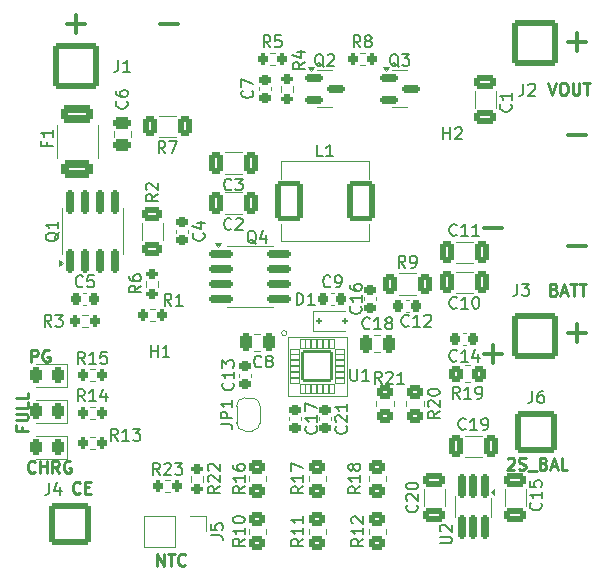
<source format=gto>
%TF.GenerationSoftware,KiCad,Pcbnew,8.0.2*%
%TF.CreationDate,2024-05-28T03:04:17+03:00*%
%TF.ProjectId,ups,7570732e-6b69-4636-9164-5f7063625858,rev?*%
%TF.SameCoordinates,Original*%
%TF.FileFunction,Legend,Top*%
%TF.FilePolarity,Positive*%
%FSLAX46Y46*%
G04 Gerber Fmt 4.6, Leading zero omitted, Abs format (unit mm)*
G04 Created by KiCad (PCBNEW 8.0.2) date 2024-05-28 03:04:17*
%MOMM*%
%LPD*%
G01*
G04 APERTURE LIST*
G04 Aperture macros list*
%AMRoundRect*
0 Rectangle with rounded corners*
0 $1 Rounding radius*
0 $2 $3 $4 $5 $6 $7 $8 $9 X,Y pos of 4 corners*
0 Add a 4 corners polygon primitive as box body*
4,1,4,$2,$3,$4,$5,$6,$7,$8,$9,$2,$3,0*
0 Add four circle primitives for the rounded corners*
1,1,$1+$1,$2,$3*
1,1,$1+$1,$4,$5*
1,1,$1+$1,$6,$7*
1,1,$1+$1,$8,$9*
0 Add four rect primitives between the rounded corners*
20,1,$1+$1,$2,$3,$4,$5,0*
20,1,$1+$1,$4,$5,$6,$7,0*
20,1,$1+$1,$6,$7,$8,$9,0*
20,1,$1+$1,$8,$9,$2,$3,0*%
%AMFreePoly0*
4,1,19,0.500000,-0.750000,0.000000,-0.750000,0.000000,-0.744911,-0.071157,-0.744911,-0.207708,-0.704816,-0.327430,-0.627875,-0.420627,-0.520320,-0.479746,-0.390866,-0.500000,-0.250000,-0.500000,0.250000,-0.479746,0.390866,-0.420627,0.520320,-0.327430,0.627875,-0.207708,0.704816,-0.071157,0.744911,0.000000,0.744911,0.000000,0.750000,0.500000,0.750000,0.500000,-0.750000,0.500000,-0.750000,
$1*%
%AMFreePoly1*
4,1,19,0.000000,0.744911,0.071157,0.744911,0.207708,0.704816,0.327430,0.627875,0.420627,0.520320,0.479746,0.390866,0.500000,0.250000,0.500000,-0.250000,0.479746,-0.390866,0.420627,-0.520320,0.327430,-0.627875,0.207708,-0.704816,0.071157,-0.744911,0.000000,-0.744911,0.000000,-0.750000,-0.500000,-0.750000,-0.500000,0.750000,0.000000,0.750000,0.000000,0.744911,0.000000,0.744911,
$1*%
G04 Aperture macros list end*
%ADD10C,0.250000*%
%ADD11C,0.300000*%
%ADD12C,0.150000*%
%ADD13C,0.120000*%
%ADD14C,0.100000*%
%ADD15RoundRect,0.150000X0.150000X-0.825000X0.150000X0.825000X-0.150000X0.825000X-0.150000X-0.825000X0*%
%ADD16RoundRect,0.200000X-0.200000X-0.275000X0.200000X-0.275000X0.200000X0.275000X-0.200000X0.275000X0*%
%ADD17RoundRect,0.250000X-0.325000X-0.650000X0.325000X-0.650000X0.325000X0.650000X-0.325000X0.650000X0*%
%ADD18RoundRect,0.250000X0.450000X-0.350000X0.450000X0.350000X-0.450000X0.350000X-0.450000X-0.350000X0*%
%ADD19RoundRect,0.162500X-0.162500X0.837500X-0.162500X-0.837500X0.162500X-0.837500X0.162500X0.837500X0*%
%ADD20RoundRect,0.250000X0.350000X0.450000X-0.350000X0.450000X-0.350000X-0.450000X0.350000X-0.450000X0*%
%ADD21RoundRect,0.250000X-0.650000X0.325000X-0.650000X-0.325000X0.650000X-0.325000X0.650000X0.325000X0*%
%ADD22RoundRect,0.250000X0.325000X0.650000X-0.325000X0.650000X-0.325000X-0.650000X0.325000X-0.650000X0*%
%ADD23RoundRect,0.250000X0.650000X-0.325000X0.650000X0.325000X-0.650000X0.325000X-0.650000X-0.325000X0*%
%ADD24RoundRect,0.250000X-0.625000X0.312500X-0.625000X-0.312500X0.625000X-0.312500X0.625000X0.312500X0*%
%ADD25RoundRect,0.225000X-0.250000X0.225000X-0.250000X-0.225000X0.250000X-0.225000X0.250000X0.225000X0*%
%ADD26RoundRect,0.225000X-0.225000X-0.250000X0.225000X-0.250000X0.225000X0.250000X-0.225000X0.250000X0*%
%ADD27C,5.600000*%
%ADD28RoundRect,0.200000X0.275000X-0.200000X0.275000X0.200000X-0.275000X0.200000X-0.275000X-0.200000X0*%
%ADD29RoundRect,0.243750X0.243750X0.456250X-0.243750X0.456250X-0.243750X-0.456250X0.243750X-0.456250X0*%
%ADD30RoundRect,0.250000X0.250000X0.475000X-0.250000X0.475000X-0.250000X-0.475000X0.250000X-0.475000X0*%
%ADD31RoundRect,0.225000X0.250000X-0.225000X0.250000X0.225000X-0.250000X0.225000X-0.250000X-0.225000X0*%
%ADD32RoundRect,0.235000X-0.940000X-1.465000X0.940000X-1.465000X0.940000X1.465000X-0.940000X1.465000X0*%
%ADD33RoundRect,0.225000X0.225000X0.250000X-0.225000X0.250000X-0.225000X-0.250000X0.225000X-0.250000X0*%
%ADD34RoundRect,0.200000X-0.275000X0.200000X-0.275000X-0.200000X0.275000X-0.200000X0.275000X0.200000X0*%
%ADD35RoundRect,0.250000X-0.250000X-0.475000X0.250000X-0.475000X0.250000X0.475000X-0.250000X0.475000X0*%
%ADD36RoundRect,0.125000X-0.125000X-0.125000X0.125000X-0.125000X0.125000X0.125000X-0.125000X0.125000X0*%
%ADD37RoundRect,0.250002X-1.499998X-1.499998X1.499998X-1.499998X1.499998X1.499998X-1.499998X1.499998X0*%
%ADD38RoundRect,0.250002X-1.699998X-1.699998X1.699998X-1.699998X1.699998X1.699998X-1.699998X1.699998X0*%
%ADD39C,3.900000*%
%ADD40RoundRect,0.102000X-1.225000X-1.225000X1.225000X-1.225000X1.225000X1.225000X-1.225000X1.225000X0*%
%ADD41RoundRect,0.011350X-0.215650X0.390650X-0.215650X-0.390650X0.215650X-0.390650X0.215650X0.390650X0*%
%ADD42RoundRect,0.011350X0.390650X0.215650X-0.390650X0.215650X-0.390650X-0.215650X0.390650X-0.215650X0*%
%ADD43RoundRect,0.011350X0.215650X-0.390650X0.215650X0.390650X-0.215650X0.390650X-0.215650X-0.390650X0*%
%ADD44RoundRect,0.011350X-0.390650X-0.215650X0.390650X-0.215650X0.390650X0.215650X-0.390650X0.215650X0*%
%ADD45RoundRect,0.250002X1.499998X1.499998X-1.499998X1.499998X-1.499998X-1.499998X1.499998X-1.499998X0*%
%ADD46RoundRect,0.250002X-1.699998X1.699998X-1.699998X-1.699998X1.699998X-1.699998X1.699998X1.699998X0*%
%ADD47RoundRect,0.150000X-0.587500X-0.150000X0.587500X-0.150000X0.587500X0.150000X-0.587500X0.150000X0*%
%ADD48RoundRect,0.250002X1.699998X-1.699998X1.699998X1.699998X-1.699998X1.699998X-1.699998X-1.699998X0*%
%ADD49RoundRect,0.250000X-0.450000X0.350000X-0.450000X-0.350000X0.450000X-0.350000X0.450000X0.350000X0*%
%ADD50RoundRect,0.250000X0.312500X0.625000X-0.312500X0.625000X-0.312500X-0.625000X0.312500X-0.625000X0*%
%ADD51RoundRect,0.250000X0.475000X-0.250000X0.475000X0.250000X-0.475000X0.250000X-0.475000X-0.250000X0*%
%ADD52RoundRect,0.327333X-1.059917X0.409167X-1.059917X-0.409167X1.059917X-0.409167X1.059917X0.409167X0*%
%ADD53RoundRect,0.327333X-1.030667X0.409167X-1.030667X-0.409167X1.030667X-0.409167X1.030667X0.409167X0*%
%ADD54R,1.700000X1.700000*%
%ADD55O,1.700000X1.700000*%
%ADD56RoundRect,0.250000X-0.312500X-0.625000X0.312500X-0.625000X0.312500X0.625000X-0.312500X0.625000X0*%
%ADD57FreePoly0,90.000000*%
%ADD58FreePoly1,90.000000*%
%ADD59RoundRect,0.150000X-0.825000X-0.150000X0.825000X-0.150000X0.825000X0.150000X-0.825000X0.150000X0*%
G04 APERTURE END LIST*
D10*
X85446809Y-80036098D02*
X85446809Y-80369431D01*
X85970619Y-80369431D02*
X84970619Y-80369431D01*
X84970619Y-80369431D02*
X84970619Y-79893241D01*
X84970619Y-79512288D02*
X85780142Y-79512288D01*
X85780142Y-79512288D02*
X85875380Y-79464669D01*
X85875380Y-79464669D02*
X85923000Y-79417050D01*
X85923000Y-79417050D02*
X85970619Y-79321812D01*
X85970619Y-79321812D02*
X85970619Y-79131336D01*
X85970619Y-79131336D02*
X85923000Y-79036098D01*
X85923000Y-79036098D02*
X85875380Y-78988479D01*
X85875380Y-78988479D02*
X85780142Y-78940860D01*
X85780142Y-78940860D02*
X84970619Y-78940860D01*
X85970619Y-77988479D02*
X85970619Y-78464669D01*
X85970619Y-78464669D02*
X84970619Y-78464669D01*
X85970619Y-77178955D02*
X85970619Y-77655145D01*
X85970619Y-77655145D02*
X84970619Y-77655145D01*
X86571996Y-83843380D02*
X86524377Y-83891000D01*
X86524377Y-83891000D02*
X86381520Y-83938619D01*
X86381520Y-83938619D02*
X86286282Y-83938619D01*
X86286282Y-83938619D02*
X86143425Y-83891000D01*
X86143425Y-83891000D02*
X86048187Y-83795761D01*
X86048187Y-83795761D02*
X86000568Y-83700523D01*
X86000568Y-83700523D02*
X85952949Y-83510047D01*
X85952949Y-83510047D02*
X85952949Y-83367190D01*
X85952949Y-83367190D02*
X86000568Y-83176714D01*
X86000568Y-83176714D02*
X86048187Y-83081476D01*
X86048187Y-83081476D02*
X86143425Y-82986238D01*
X86143425Y-82986238D02*
X86286282Y-82938619D01*
X86286282Y-82938619D02*
X86381520Y-82938619D01*
X86381520Y-82938619D02*
X86524377Y-82986238D01*
X86524377Y-82986238D02*
X86571996Y-83033857D01*
X87000568Y-83938619D02*
X87000568Y-82938619D01*
X87000568Y-83414809D02*
X87571996Y-83414809D01*
X87571996Y-83938619D02*
X87571996Y-82938619D01*
X88619615Y-83938619D02*
X88286282Y-83462428D01*
X88048187Y-83938619D02*
X88048187Y-82938619D01*
X88048187Y-82938619D02*
X88429139Y-82938619D01*
X88429139Y-82938619D02*
X88524377Y-82986238D01*
X88524377Y-82986238D02*
X88571996Y-83033857D01*
X88571996Y-83033857D02*
X88619615Y-83129095D01*
X88619615Y-83129095D02*
X88619615Y-83271952D01*
X88619615Y-83271952D02*
X88571996Y-83367190D01*
X88571996Y-83367190D02*
X88524377Y-83414809D01*
X88524377Y-83414809D02*
X88429139Y-83462428D01*
X88429139Y-83462428D02*
X88048187Y-83462428D01*
X89571996Y-82986238D02*
X89476758Y-82938619D01*
X89476758Y-82938619D02*
X89333901Y-82938619D01*
X89333901Y-82938619D02*
X89191044Y-82986238D01*
X89191044Y-82986238D02*
X89095806Y-83081476D01*
X89095806Y-83081476D02*
X89048187Y-83176714D01*
X89048187Y-83176714D02*
X89000568Y-83367190D01*
X89000568Y-83367190D02*
X89000568Y-83510047D01*
X89000568Y-83510047D02*
X89048187Y-83700523D01*
X89048187Y-83700523D02*
X89095806Y-83795761D01*
X89095806Y-83795761D02*
X89191044Y-83891000D01*
X89191044Y-83891000D02*
X89333901Y-83938619D01*
X89333901Y-83938619D02*
X89429139Y-83938619D01*
X89429139Y-83938619D02*
X89571996Y-83891000D01*
X89571996Y-83891000D02*
X89619615Y-83843380D01*
X89619615Y-83843380D02*
X89619615Y-83510047D01*
X89619615Y-83510047D02*
X89429139Y-83510047D01*
X86254568Y-74540619D02*
X86254568Y-73540619D01*
X86254568Y-73540619D02*
X86635520Y-73540619D01*
X86635520Y-73540619D02*
X86730758Y-73588238D01*
X86730758Y-73588238D02*
X86778377Y-73635857D01*
X86778377Y-73635857D02*
X86825996Y-73731095D01*
X86825996Y-73731095D02*
X86825996Y-73873952D01*
X86825996Y-73873952D02*
X86778377Y-73969190D01*
X86778377Y-73969190D02*
X86730758Y-74016809D01*
X86730758Y-74016809D02*
X86635520Y-74064428D01*
X86635520Y-74064428D02*
X86254568Y-74064428D01*
X87778377Y-73588238D02*
X87683139Y-73540619D01*
X87683139Y-73540619D02*
X87540282Y-73540619D01*
X87540282Y-73540619D02*
X87397425Y-73588238D01*
X87397425Y-73588238D02*
X87302187Y-73683476D01*
X87302187Y-73683476D02*
X87254568Y-73778714D01*
X87254568Y-73778714D02*
X87206949Y-73969190D01*
X87206949Y-73969190D02*
X87206949Y-74112047D01*
X87206949Y-74112047D02*
X87254568Y-74302523D01*
X87254568Y-74302523D02*
X87302187Y-74397761D01*
X87302187Y-74397761D02*
X87397425Y-74493000D01*
X87397425Y-74493000D02*
X87540282Y-74540619D01*
X87540282Y-74540619D02*
X87635520Y-74540619D01*
X87635520Y-74540619D02*
X87778377Y-74493000D01*
X87778377Y-74493000D02*
X87825996Y-74445380D01*
X87825996Y-74445380D02*
X87825996Y-74112047D01*
X87825996Y-74112047D02*
X87635520Y-74112047D01*
X96922568Y-91812619D02*
X96922568Y-90812619D01*
X96922568Y-90812619D02*
X97493996Y-91812619D01*
X97493996Y-91812619D02*
X97493996Y-90812619D01*
X97827330Y-90812619D02*
X98398758Y-90812619D01*
X98113044Y-91812619D02*
X98113044Y-90812619D01*
X99303520Y-91717380D02*
X99255901Y-91765000D01*
X99255901Y-91765000D02*
X99113044Y-91812619D01*
X99113044Y-91812619D02*
X99017806Y-91812619D01*
X99017806Y-91812619D02*
X98874949Y-91765000D01*
X98874949Y-91765000D02*
X98779711Y-91669761D01*
X98779711Y-91669761D02*
X98732092Y-91574523D01*
X98732092Y-91574523D02*
X98684473Y-91384047D01*
X98684473Y-91384047D02*
X98684473Y-91241190D01*
X98684473Y-91241190D02*
X98732092Y-91050714D01*
X98732092Y-91050714D02*
X98779711Y-90955476D01*
X98779711Y-90955476D02*
X98874949Y-90860238D01*
X98874949Y-90860238D02*
X99017806Y-90812619D01*
X99017806Y-90812619D02*
X99113044Y-90812619D01*
X99113044Y-90812619D02*
X99255901Y-90860238D01*
X99255901Y-90860238D02*
X99303520Y-90907857D01*
X130529901Y-68428809D02*
X130672758Y-68476428D01*
X130672758Y-68476428D02*
X130720377Y-68524047D01*
X130720377Y-68524047D02*
X130767996Y-68619285D01*
X130767996Y-68619285D02*
X130767996Y-68762142D01*
X130767996Y-68762142D02*
X130720377Y-68857380D01*
X130720377Y-68857380D02*
X130672758Y-68905000D01*
X130672758Y-68905000D02*
X130577520Y-68952619D01*
X130577520Y-68952619D02*
X130196568Y-68952619D01*
X130196568Y-68952619D02*
X130196568Y-67952619D01*
X130196568Y-67952619D02*
X130529901Y-67952619D01*
X130529901Y-67952619D02*
X130625139Y-68000238D01*
X130625139Y-68000238D02*
X130672758Y-68047857D01*
X130672758Y-68047857D02*
X130720377Y-68143095D01*
X130720377Y-68143095D02*
X130720377Y-68238333D01*
X130720377Y-68238333D02*
X130672758Y-68333571D01*
X130672758Y-68333571D02*
X130625139Y-68381190D01*
X130625139Y-68381190D02*
X130529901Y-68428809D01*
X130529901Y-68428809D02*
X130196568Y-68428809D01*
X131148949Y-68666904D02*
X131625139Y-68666904D01*
X131053711Y-68952619D02*
X131387044Y-67952619D01*
X131387044Y-67952619D02*
X131720377Y-68952619D01*
X131910854Y-67952619D02*
X132482282Y-67952619D01*
X132196568Y-68952619D02*
X132196568Y-67952619D01*
X132672759Y-67952619D02*
X133244187Y-67952619D01*
X132958473Y-68952619D02*
X132958473Y-67952619D01*
X130053711Y-50934619D02*
X130387044Y-51934619D01*
X130387044Y-51934619D02*
X130720377Y-50934619D01*
X131244187Y-50934619D02*
X131434663Y-50934619D01*
X131434663Y-50934619D02*
X131529901Y-50982238D01*
X131529901Y-50982238D02*
X131625139Y-51077476D01*
X131625139Y-51077476D02*
X131672758Y-51267952D01*
X131672758Y-51267952D02*
X131672758Y-51601285D01*
X131672758Y-51601285D02*
X131625139Y-51791761D01*
X131625139Y-51791761D02*
X131529901Y-51887000D01*
X131529901Y-51887000D02*
X131434663Y-51934619D01*
X131434663Y-51934619D02*
X131244187Y-51934619D01*
X131244187Y-51934619D02*
X131148949Y-51887000D01*
X131148949Y-51887000D02*
X131053711Y-51791761D01*
X131053711Y-51791761D02*
X131006092Y-51601285D01*
X131006092Y-51601285D02*
X131006092Y-51267952D01*
X131006092Y-51267952D02*
X131053711Y-51077476D01*
X131053711Y-51077476D02*
X131148949Y-50982238D01*
X131148949Y-50982238D02*
X131244187Y-50934619D01*
X132101330Y-50934619D02*
X132101330Y-51744142D01*
X132101330Y-51744142D02*
X132148949Y-51839380D01*
X132148949Y-51839380D02*
X132196568Y-51887000D01*
X132196568Y-51887000D02*
X132291806Y-51934619D01*
X132291806Y-51934619D02*
X132482282Y-51934619D01*
X132482282Y-51934619D02*
X132577520Y-51887000D01*
X132577520Y-51887000D02*
X132625139Y-51839380D01*
X132625139Y-51839380D02*
X132672758Y-51744142D01*
X132672758Y-51744142D02*
X132672758Y-50934619D01*
X133006092Y-50934619D02*
X133577520Y-50934619D01*
X133291806Y-51934619D02*
X133291806Y-50934619D01*
X90381996Y-85621380D02*
X90334377Y-85669000D01*
X90334377Y-85669000D02*
X90191520Y-85716619D01*
X90191520Y-85716619D02*
X90096282Y-85716619D01*
X90096282Y-85716619D02*
X89953425Y-85669000D01*
X89953425Y-85669000D02*
X89858187Y-85573761D01*
X89858187Y-85573761D02*
X89810568Y-85478523D01*
X89810568Y-85478523D02*
X89762949Y-85288047D01*
X89762949Y-85288047D02*
X89762949Y-85145190D01*
X89762949Y-85145190D02*
X89810568Y-84954714D01*
X89810568Y-84954714D02*
X89858187Y-84859476D01*
X89858187Y-84859476D02*
X89953425Y-84764238D01*
X89953425Y-84764238D02*
X90096282Y-84716619D01*
X90096282Y-84716619D02*
X90191520Y-84716619D01*
X90191520Y-84716619D02*
X90334377Y-84764238D01*
X90334377Y-84764238D02*
X90381996Y-84811857D01*
X90810568Y-85192809D02*
X91143901Y-85192809D01*
X91286758Y-85716619D02*
X90810568Y-85716619D01*
X90810568Y-85716619D02*
X90810568Y-84716619D01*
X90810568Y-84716619D02*
X91286758Y-84716619D01*
X126592949Y-82779857D02*
X126640568Y-82732238D01*
X126640568Y-82732238D02*
X126735806Y-82684619D01*
X126735806Y-82684619D02*
X126973901Y-82684619D01*
X126973901Y-82684619D02*
X127069139Y-82732238D01*
X127069139Y-82732238D02*
X127116758Y-82779857D01*
X127116758Y-82779857D02*
X127164377Y-82875095D01*
X127164377Y-82875095D02*
X127164377Y-82970333D01*
X127164377Y-82970333D02*
X127116758Y-83113190D01*
X127116758Y-83113190D02*
X126545330Y-83684619D01*
X126545330Y-83684619D02*
X127164377Y-83684619D01*
X127545330Y-83637000D02*
X127688187Y-83684619D01*
X127688187Y-83684619D02*
X127926282Y-83684619D01*
X127926282Y-83684619D02*
X128021520Y-83637000D01*
X128021520Y-83637000D02*
X128069139Y-83589380D01*
X128069139Y-83589380D02*
X128116758Y-83494142D01*
X128116758Y-83494142D02*
X128116758Y-83398904D01*
X128116758Y-83398904D02*
X128069139Y-83303666D01*
X128069139Y-83303666D02*
X128021520Y-83256047D01*
X128021520Y-83256047D02*
X127926282Y-83208428D01*
X127926282Y-83208428D02*
X127735806Y-83160809D01*
X127735806Y-83160809D02*
X127640568Y-83113190D01*
X127640568Y-83113190D02*
X127592949Y-83065571D01*
X127592949Y-83065571D02*
X127545330Y-82970333D01*
X127545330Y-82970333D02*
X127545330Y-82875095D01*
X127545330Y-82875095D02*
X127592949Y-82779857D01*
X127592949Y-82779857D02*
X127640568Y-82732238D01*
X127640568Y-82732238D02*
X127735806Y-82684619D01*
X127735806Y-82684619D02*
X127973901Y-82684619D01*
X127973901Y-82684619D02*
X128116758Y-82732238D01*
X128307235Y-83779857D02*
X129069139Y-83779857D01*
X129640568Y-83160809D02*
X129783425Y-83208428D01*
X129783425Y-83208428D02*
X129831044Y-83256047D01*
X129831044Y-83256047D02*
X129878663Y-83351285D01*
X129878663Y-83351285D02*
X129878663Y-83494142D01*
X129878663Y-83494142D02*
X129831044Y-83589380D01*
X129831044Y-83589380D02*
X129783425Y-83637000D01*
X129783425Y-83637000D02*
X129688187Y-83684619D01*
X129688187Y-83684619D02*
X129307235Y-83684619D01*
X129307235Y-83684619D02*
X129307235Y-82684619D01*
X129307235Y-82684619D02*
X129640568Y-82684619D01*
X129640568Y-82684619D02*
X129735806Y-82732238D01*
X129735806Y-82732238D02*
X129783425Y-82779857D01*
X129783425Y-82779857D02*
X129831044Y-82875095D01*
X129831044Y-82875095D02*
X129831044Y-82970333D01*
X129831044Y-82970333D02*
X129783425Y-83065571D01*
X129783425Y-83065571D02*
X129735806Y-83113190D01*
X129735806Y-83113190D02*
X129640568Y-83160809D01*
X129640568Y-83160809D02*
X129307235Y-83160809D01*
X130259616Y-83398904D02*
X130735806Y-83398904D01*
X130164378Y-83684619D02*
X130497711Y-82684619D01*
X130497711Y-82684619D02*
X130831044Y-83684619D01*
X131640568Y-83684619D02*
X131164378Y-83684619D01*
X131164378Y-83684619D02*
X131164378Y-82684619D01*
D11*
X131737558Y-72129733D02*
X133261368Y-72129733D01*
X132499463Y-72891638D02*
X132499463Y-71367828D01*
X131737558Y-64763733D02*
X133261368Y-64763733D01*
X124625558Y-73907733D02*
X126149368Y-73907733D01*
X125387463Y-74669638D02*
X125387463Y-73145828D01*
X124625558Y-63239733D02*
X126149368Y-63239733D01*
X131737558Y-55365733D02*
X133261368Y-55365733D01*
X131737558Y-47491733D02*
X133261368Y-47491733D01*
X132499463Y-48253638D02*
X132499463Y-46729828D01*
X97193558Y-45967733D02*
X98717368Y-45967733D01*
X89319558Y-45967733D02*
X90843368Y-45967733D01*
X90081463Y-46729638D02*
X90081463Y-45205828D01*
D12*
X88590057Y-63595238D02*
X88542438Y-63690476D01*
X88542438Y-63690476D02*
X88447200Y-63785714D01*
X88447200Y-63785714D02*
X88304342Y-63928571D01*
X88304342Y-63928571D02*
X88256723Y-64023809D01*
X88256723Y-64023809D02*
X88256723Y-64119047D01*
X88494819Y-64071428D02*
X88447200Y-64166666D01*
X88447200Y-64166666D02*
X88351961Y-64261904D01*
X88351961Y-64261904D02*
X88161485Y-64309523D01*
X88161485Y-64309523D02*
X87828152Y-64309523D01*
X87828152Y-64309523D02*
X87637676Y-64261904D01*
X87637676Y-64261904D02*
X87542438Y-64166666D01*
X87542438Y-64166666D02*
X87494819Y-64071428D01*
X87494819Y-64071428D02*
X87494819Y-63880952D01*
X87494819Y-63880952D02*
X87542438Y-63785714D01*
X87542438Y-63785714D02*
X87637676Y-63690476D01*
X87637676Y-63690476D02*
X87828152Y-63642857D01*
X87828152Y-63642857D02*
X88161485Y-63642857D01*
X88161485Y-63642857D02*
X88351961Y-63690476D01*
X88351961Y-63690476D02*
X88447200Y-63785714D01*
X88447200Y-63785714D02*
X88494819Y-63880952D01*
X88494819Y-63880952D02*
X88494819Y-64071428D01*
X88494819Y-62690476D02*
X88494819Y-63261904D01*
X88494819Y-62976190D02*
X87494819Y-62976190D01*
X87494819Y-62976190D02*
X87637676Y-63071428D01*
X87637676Y-63071428D02*
X87732914Y-63166666D01*
X87732914Y-63166666D02*
X87780533Y-63261904D01*
X90797142Y-74719819D02*
X90463809Y-74243628D01*
X90225714Y-74719819D02*
X90225714Y-73719819D01*
X90225714Y-73719819D02*
X90606666Y-73719819D01*
X90606666Y-73719819D02*
X90701904Y-73767438D01*
X90701904Y-73767438D02*
X90749523Y-73815057D01*
X90749523Y-73815057D02*
X90797142Y-73910295D01*
X90797142Y-73910295D02*
X90797142Y-74053152D01*
X90797142Y-74053152D02*
X90749523Y-74148390D01*
X90749523Y-74148390D02*
X90701904Y-74196009D01*
X90701904Y-74196009D02*
X90606666Y-74243628D01*
X90606666Y-74243628D02*
X90225714Y-74243628D01*
X91749523Y-74719819D02*
X91178095Y-74719819D01*
X91463809Y-74719819D02*
X91463809Y-73719819D01*
X91463809Y-73719819D02*
X91368571Y-73862676D01*
X91368571Y-73862676D02*
X91273333Y-73957914D01*
X91273333Y-73957914D02*
X91178095Y-74005533D01*
X92654285Y-73719819D02*
X92178095Y-73719819D01*
X92178095Y-73719819D02*
X92130476Y-74196009D01*
X92130476Y-74196009D02*
X92178095Y-74148390D01*
X92178095Y-74148390D02*
X92273333Y-74100771D01*
X92273333Y-74100771D02*
X92511428Y-74100771D01*
X92511428Y-74100771D02*
X92606666Y-74148390D01*
X92606666Y-74148390D02*
X92654285Y-74196009D01*
X92654285Y-74196009D02*
X92701904Y-74291247D01*
X92701904Y-74291247D02*
X92701904Y-74529342D01*
X92701904Y-74529342D02*
X92654285Y-74624580D01*
X92654285Y-74624580D02*
X92606666Y-74672200D01*
X92606666Y-74672200D02*
X92511428Y-74719819D01*
X92511428Y-74719819D02*
X92273333Y-74719819D01*
X92273333Y-74719819D02*
X92178095Y-74672200D01*
X92178095Y-74672200D02*
X92130476Y-74624580D01*
X97147142Y-84114819D02*
X96813809Y-83638628D01*
X96575714Y-84114819D02*
X96575714Y-83114819D01*
X96575714Y-83114819D02*
X96956666Y-83114819D01*
X96956666Y-83114819D02*
X97051904Y-83162438D01*
X97051904Y-83162438D02*
X97099523Y-83210057D01*
X97099523Y-83210057D02*
X97147142Y-83305295D01*
X97147142Y-83305295D02*
X97147142Y-83448152D01*
X97147142Y-83448152D02*
X97099523Y-83543390D01*
X97099523Y-83543390D02*
X97051904Y-83591009D01*
X97051904Y-83591009D02*
X96956666Y-83638628D01*
X96956666Y-83638628D02*
X96575714Y-83638628D01*
X97528095Y-83210057D02*
X97575714Y-83162438D01*
X97575714Y-83162438D02*
X97670952Y-83114819D01*
X97670952Y-83114819D02*
X97909047Y-83114819D01*
X97909047Y-83114819D02*
X98004285Y-83162438D01*
X98004285Y-83162438D02*
X98051904Y-83210057D01*
X98051904Y-83210057D02*
X98099523Y-83305295D01*
X98099523Y-83305295D02*
X98099523Y-83400533D01*
X98099523Y-83400533D02*
X98051904Y-83543390D01*
X98051904Y-83543390D02*
X97480476Y-84114819D01*
X97480476Y-84114819D02*
X98099523Y-84114819D01*
X98432857Y-83114819D02*
X99051904Y-83114819D01*
X99051904Y-83114819D02*
X98718571Y-83495771D01*
X98718571Y-83495771D02*
X98861428Y-83495771D01*
X98861428Y-83495771D02*
X98956666Y-83543390D01*
X98956666Y-83543390D02*
X99004285Y-83591009D01*
X99004285Y-83591009D02*
X99051904Y-83686247D01*
X99051904Y-83686247D02*
X99051904Y-83924342D01*
X99051904Y-83924342D02*
X99004285Y-84019580D01*
X99004285Y-84019580D02*
X98956666Y-84067200D01*
X98956666Y-84067200D02*
X98861428Y-84114819D01*
X98861428Y-84114819D02*
X98575714Y-84114819D01*
X98575714Y-84114819D02*
X98480476Y-84067200D01*
X98480476Y-84067200D02*
X98432857Y-84019580D01*
X122293142Y-69955580D02*
X122245523Y-70003200D01*
X122245523Y-70003200D02*
X122102666Y-70050819D01*
X122102666Y-70050819D02*
X122007428Y-70050819D01*
X122007428Y-70050819D02*
X121864571Y-70003200D01*
X121864571Y-70003200D02*
X121769333Y-69907961D01*
X121769333Y-69907961D02*
X121721714Y-69812723D01*
X121721714Y-69812723D02*
X121674095Y-69622247D01*
X121674095Y-69622247D02*
X121674095Y-69479390D01*
X121674095Y-69479390D02*
X121721714Y-69288914D01*
X121721714Y-69288914D02*
X121769333Y-69193676D01*
X121769333Y-69193676D02*
X121864571Y-69098438D01*
X121864571Y-69098438D02*
X122007428Y-69050819D01*
X122007428Y-69050819D02*
X122102666Y-69050819D01*
X122102666Y-69050819D02*
X122245523Y-69098438D01*
X122245523Y-69098438D02*
X122293142Y-69146057D01*
X123245523Y-70050819D02*
X122674095Y-70050819D01*
X122959809Y-70050819D02*
X122959809Y-69050819D01*
X122959809Y-69050819D02*
X122864571Y-69193676D01*
X122864571Y-69193676D02*
X122769333Y-69288914D01*
X122769333Y-69288914D02*
X122674095Y-69336533D01*
X123864571Y-69050819D02*
X123959809Y-69050819D01*
X123959809Y-69050819D02*
X124055047Y-69098438D01*
X124055047Y-69098438D02*
X124102666Y-69146057D01*
X124102666Y-69146057D02*
X124150285Y-69241295D01*
X124150285Y-69241295D02*
X124197904Y-69431771D01*
X124197904Y-69431771D02*
X124197904Y-69669866D01*
X124197904Y-69669866D02*
X124150285Y-69860342D01*
X124150285Y-69860342D02*
X124102666Y-69955580D01*
X124102666Y-69955580D02*
X124055047Y-70003200D01*
X124055047Y-70003200D02*
X123959809Y-70050819D01*
X123959809Y-70050819D02*
X123864571Y-70050819D01*
X123864571Y-70050819D02*
X123769333Y-70003200D01*
X123769333Y-70003200D02*
X123721714Y-69955580D01*
X123721714Y-69955580D02*
X123674095Y-69860342D01*
X123674095Y-69860342D02*
X123626476Y-69669866D01*
X123626476Y-69669866D02*
X123626476Y-69431771D01*
X123626476Y-69431771D02*
X123674095Y-69241295D01*
X123674095Y-69241295D02*
X123721714Y-69146057D01*
X123721714Y-69146057D02*
X123769333Y-69098438D01*
X123769333Y-69098438D02*
X123864571Y-69050819D01*
X104340819Y-89542857D02*
X103864628Y-89876190D01*
X104340819Y-90114285D02*
X103340819Y-90114285D01*
X103340819Y-90114285D02*
X103340819Y-89733333D01*
X103340819Y-89733333D02*
X103388438Y-89638095D01*
X103388438Y-89638095D02*
X103436057Y-89590476D01*
X103436057Y-89590476D02*
X103531295Y-89542857D01*
X103531295Y-89542857D02*
X103674152Y-89542857D01*
X103674152Y-89542857D02*
X103769390Y-89590476D01*
X103769390Y-89590476D02*
X103817009Y-89638095D01*
X103817009Y-89638095D02*
X103864628Y-89733333D01*
X103864628Y-89733333D02*
X103864628Y-90114285D01*
X104340819Y-88590476D02*
X104340819Y-89161904D01*
X104340819Y-88876190D02*
X103340819Y-88876190D01*
X103340819Y-88876190D02*
X103483676Y-88971428D01*
X103483676Y-88971428D02*
X103578914Y-89066666D01*
X103578914Y-89066666D02*
X103626533Y-89161904D01*
X103340819Y-87971428D02*
X103340819Y-87876190D01*
X103340819Y-87876190D02*
X103388438Y-87780952D01*
X103388438Y-87780952D02*
X103436057Y-87733333D01*
X103436057Y-87733333D02*
X103531295Y-87685714D01*
X103531295Y-87685714D02*
X103721771Y-87638095D01*
X103721771Y-87638095D02*
X103959866Y-87638095D01*
X103959866Y-87638095D02*
X104150342Y-87685714D01*
X104150342Y-87685714D02*
X104245580Y-87733333D01*
X104245580Y-87733333D02*
X104293200Y-87780952D01*
X104293200Y-87780952D02*
X104340819Y-87876190D01*
X104340819Y-87876190D02*
X104340819Y-87971428D01*
X104340819Y-87971428D02*
X104293200Y-88066666D01*
X104293200Y-88066666D02*
X104245580Y-88114285D01*
X104245580Y-88114285D02*
X104150342Y-88161904D01*
X104150342Y-88161904D02*
X103959866Y-88209523D01*
X103959866Y-88209523D02*
X103721771Y-88209523D01*
X103721771Y-88209523D02*
X103531295Y-88161904D01*
X103531295Y-88161904D02*
X103436057Y-88114285D01*
X103436057Y-88114285D02*
X103388438Y-88066666D01*
X103388438Y-88066666D02*
X103340819Y-87971428D01*
X120866819Y-89915904D02*
X121676342Y-89915904D01*
X121676342Y-89915904D02*
X121771580Y-89868285D01*
X121771580Y-89868285D02*
X121819200Y-89820666D01*
X121819200Y-89820666D02*
X121866819Y-89725428D01*
X121866819Y-89725428D02*
X121866819Y-89534952D01*
X121866819Y-89534952D02*
X121819200Y-89439714D01*
X121819200Y-89439714D02*
X121771580Y-89392095D01*
X121771580Y-89392095D02*
X121676342Y-89344476D01*
X121676342Y-89344476D02*
X120866819Y-89344476D01*
X120962057Y-88915904D02*
X120914438Y-88868285D01*
X120914438Y-88868285D02*
X120866819Y-88773047D01*
X120866819Y-88773047D02*
X120866819Y-88534952D01*
X120866819Y-88534952D02*
X120914438Y-88439714D01*
X120914438Y-88439714D02*
X120962057Y-88392095D01*
X120962057Y-88392095D02*
X121057295Y-88344476D01*
X121057295Y-88344476D02*
X121152533Y-88344476D01*
X121152533Y-88344476D02*
X121295390Y-88392095D01*
X121295390Y-88392095D02*
X121866819Y-88963523D01*
X121866819Y-88963523D02*
X121866819Y-88344476D01*
X122547142Y-77669819D02*
X122213809Y-77193628D01*
X121975714Y-77669819D02*
X121975714Y-76669819D01*
X121975714Y-76669819D02*
X122356666Y-76669819D01*
X122356666Y-76669819D02*
X122451904Y-76717438D01*
X122451904Y-76717438D02*
X122499523Y-76765057D01*
X122499523Y-76765057D02*
X122547142Y-76860295D01*
X122547142Y-76860295D02*
X122547142Y-77003152D01*
X122547142Y-77003152D02*
X122499523Y-77098390D01*
X122499523Y-77098390D02*
X122451904Y-77146009D01*
X122451904Y-77146009D02*
X122356666Y-77193628D01*
X122356666Y-77193628D02*
X121975714Y-77193628D01*
X123499523Y-77669819D02*
X122928095Y-77669819D01*
X123213809Y-77669819D02*
X123213809Y-76669819D01*
X123213809Y-76669819D02*
X123118571Y-76812676D01*
X123118571Y-76812676D02*
X123023333Y-76907914D01*
X123023333Y-76907914D02*
X122928095Y-76955533D01*
X123975714Y-77669819D02*
X124166190Y-77669819D01*
X124166190Y-77669819D02*
X124261428Y-77622200D01*
X124261428Y-77622200D02*
X124309047Y-77574580D01*
X124309047Y-77574580D02*
X124404285Y-77431723D01*
X124404285Y-77431723D02*
X124451904Y-77241247D01*
X124451904Y-77241247D02*
X124451904Y-76860295D01*
X124451904Y-76860295D02*
X124404285Y-76765057D01*
X124404285Y-76765057D02*
X124356666Y-76717438D01*
X124356666Y-76717438D02*
X124261428Y-76669819D01*
X124261428Y-76669819D02*
X124070952Y-76669819D01*
X124070952Y-76669819D02*
X123975714Y-76717438D01*
X123975714Y-76717438D02*
X123928095Y-76765057D01*
X123928095Y-76765057D02*
X123880476Y-76860295D01*
X123880476Y-76860295D02*
X123880476Y-77098390D01*
X123880476Y-77098390D02*
X123928095Y-77193628D01*
X123928095Y-77193628D02*
X123975714Y-77241247D01*
X123975714Y-77241247D02*
X124070952Y-77288866D01*
X124070952Y-77288866D02*
X124261428Y-77288866D01*
X124261428Y-77288866D02*
X124356666Y-77241247D01*
X124356666Y-77241247D02*
X124404285Y-77193628D01*
X124404285Y-77193628D02*
X124451904Y-77098390D01*
X126851580Y-52744666D02*
X126899200Y-52792285D01*
X126899200Y-52792285D02*
X126946819Y-52935142D01*
X126946819Y-52935142D02*
X126946819Y-53030380D01*
X126946819Y-53030380D02*
X126899200Y-53173237D01*
X126899200Y-53173237D02*
X126803961Y-53268475D01*
X126803961Y-53268475D02*
X126708723Y-53316094D01*
X126708723Y-53316094D02*
X126518247Y-53363713D01*
X126518247Y-53363713D02*
X126375390Y-53363713D01*
X126375390Y-53363713D02*
X126184914Y-53316094D01*
X126184914Y-53316094D02*
X126089676Y-53268475D01*
X126089676Y-53268475D02*
X125994438Y-53173237D01*
X125994438Y-53173237D02*
X125946819Y-53030380D01*
X125946819Y-53030380D02*
X125946819Y-52935142D01*
X125946819Y-52935142D02*
X125994438Y-52792285D01*
X125994438Y-52792285D02*
X126042057Y-52744666D01*
X126946819Y-51792285D02*
X126946819Y-52363713D01*
X126946819Y-52077999D02*
X125946819Y-52077999D01*
X125946819Y-52077999D02*
X126089676Y-52173237D01*
X126089676Y-52173237D02*
X126184914Y-52268475D01*
X126184914Y-52268475D02*
X126232533Y-52363713D01*
X114119819Y-85097857D02*
X113643628Y-85431190D01*
X114119819Y-85669285D02*
X113119819Y-85669285D01*
X113119819Y-85669285D02*
X113119819Y-85288333D01*
X113119819Y-85288333D02*
X113167438Y-85193095D01*
X113167438Y-85193095D02*
X113215057Y-85145476D01*
X113215057Y-85145476D02*
X113310295Y-85097857D01*
X113310295Y-85097857D02*
X113453152Y-85097857D01*
X113453152Y-85097857D02*
X113548390Y-85145476D01*
X113548390Y-85145476D02*
X113596009Y-85193095D01*
X113596009Y-85193095D02*
X113643628Y-85288333D01*
X113643628Y-85288333D02*
X113643628Y-85669285D01*
X114119819Y-84145476D02*
X114119819Y-84716904D01*
X114119819Y-84431190D02*
X113119819Y-84431190D01*
X113119819Y-84431190D02*
X113262676Y-84526428D01*
X113262676Y-84526428D02*
X113357914Y-84621666D01*
X113357914Y-84621666D02*
X113405533Y-84716904D01*
X113548390Y-83574047D02*
X113500771Y-83669285D01*
X113500771Y-83669285D02*
X113453152Y-83716904D01*
X113453152Y-83716904D02*
X113357914Y-83764523D01*
X113357914Y-83764523D02*
X113310295Y-83764523D01*
X113310295Y-83764523D02*
X113215057Y-83716904D01*
X113215057Y-83716904D02*
X113167438Y-83669285D01*
X113167438Y-83669285D02*
X113119819Y-83574047D01*
X113119819Y-83574047D02*
X113119819Y-83383571D01*
X113119819Y-83383571D02*
X113167438Y-83288333D01*
X113167438Y-83288333D02*
X113215057Y-83240714D01*
X113215057Y-83240714D02*
X113310295Y-83193095D01*
X113310295Y-83193095D02*
X113357914Y-83193095D01*
X113357914Y-83193095D02*
X113453152Y-83240714D01*
X113453152Y-83240714D02*
X113500771Y-83288333D01*
X113500771Y-83288333D02*
X113548390Y-83383571D01*
X113548390Y-83383571D02*
X113548390Y-83574047D01*
X113548390Y-83574047D02*
X113596009Y-83669285D01*
X113596009Y-83669285D02*
X113643628Y-83716904D01*
X113643628Y-83716904D02*
X113738866Y-83764523D01*
X113738866Y-83764523D02*
X113929342Y-83764523D01*
X113929342Y-83764523D02*
X114024580Y-83716904D01*
X114024580Y-83716904D02*
X114072200Y-83669285D01*
X114072200Y-83669285D02*
X114119819Y-83574047D01*
X114119819Y-83574047D02*
X114119819Y-83383571D01*
X114119819Y-83383571D02*
X114072200Y-83288333D01*
X114072200Y-83288333D02*
X114024580Y-83240714D01*
X114024580Y-83240714D02*
X113929342Y-83193095D01*
X113929342Y-83193095D02*
X113738866Y-83193095D01*
X113738866Y-83193095D02*
X113643628Y-83240714D01*
X113643628Y-83240714D02*
X113596009Y-83288333D01*
X113596009Y-83288333D02*
X113548390Y-83383571D01*
X103211333Y-59946580D02*
X103163714Y-59994200D01*
X103163714Y-59994200D02*
X103020857Y-60041819D01*
X103020857Y-60041819D02*
X102925619Y-60041819D01*
X102925619Y-60041819D02*
X102782762Y-59994200D01*
X102782762Y-59994200D02*
X102687524Y-59898961D01*
X102687524Y-59898961D02*
X102639905Y-59803723D01*
X102639905Y-59803723D02*
X102592286Y-59613247D01*
X102592286Y-59613247D02*
X102592286Y-59470390D01*
X102592286Y-59470390D02*
X102639905Y-59279914D01*
X102639905Y-59279914D02*
X102687524Y-59184676D01*
X102687524Y-59184676D02*
X102782762Y-59089438D01*
X102782762Y-59089438D02*
X102925619Y-59041819D01*
X102925619Y-59041819D02*
X103020857Y-59041819D01*
X103020857Y-59041819D02*
X103163714Y-59089438D01*
X103163714Y-59089438D02*
X103211333Y-59137057D01*
X103544667Y-59041819D02*
X104163714Y-59041819D01*
X104163714Y-59041819D02*
X103830381Y-59422771D01*
X103830381Y-59422771D02*
X103973238Y-59422771D01*
X103973238Y-59422771D02*
X104068476Y-59470390D01*
X104068476Y-59470390D02*
X104116095Y-59518009D01*
X104116095Y-59518009D02*
X104163714Y-59613247D01*
X104163714Y-59613247D02*
X104163714Y-59851342D01*
X104163714Y-59851342D02*
X104116095Y-59946580D01*
X104116095Y-59946580D02*
X104068476Y-59994200D01*
X104068476Y-59994200D02*
X103973238Y-60041819D01*
X103973238Y-60041819D02*
X103687524Y-60041819D01*
X103687524Y-60041819D02*
X103592286Y-59994200D01*
X103592286Y-59994200D02*
X103544667Y-59946580D01*
X118905580Y-86680857D02*
X118953200Y-86728476D01*
X118953200Y-86728476D02*
X119000819Y-86871333D01*
X119000819Y-86871333D02*
X119000819Y-86966571D01*
X119000819Y-86966571D02*
X118953200Y-87109428D01*
X118953200Y-87109428D02*
X118857961Y-87204666D01*
X118857961Y-87204666D02*
X118762723Y-87252285D01*
X118762723Y-87252285D02*
X118572247Y-87299904D01*
X118572247Y-87299904D02*
X118429390Y-87299904D01*
X118429390Y-87299904D02*
X118238914Y-87252285D01*
X118238914Y-87252285D02*
X118143676Y-87204666D01*
X118143676Y-87204666D02*
X118048438Y-87109428D01*
X118048438Y-87109428D02*
X118000819Y-86966571D01*
X118000819Y-86966571D02*
X118000819Y-86871333D01*
X118000819Y-86871333D02*
X118048438Y-86728476D01*
X118048438Y-86728476D02*
X118096057Y-86680857D01*
X118096057Y-86299904D02*
X118048438Y-86252285D01*
X118048438Y-86252285D02*
X118000819Y-86157047D01*
X118000819Y-86157047D02*
X118000819Y-85918952D01*
X118000819Y-85918952D02*
X118048438Y-85823714D01*
X118048438Y-85823714D02*
X118096057Y-85776095D01*
X118096057Y-85776095D02*
X118191295Y-85728476D01*
X118191295Y-85728476D02*
X118286533Y-85728476D01*
X118286533Y-85728476D02*
X118429390Y-85776095D01*
X118429390Y-85776095D02*
X119000819Y-86347523D01*
X119000819Y-86347523D02*
X119000819Y-85728476D01*
X118000819Y-85109428D02*
X118000819Y-85014190D01*
X118000819Y-85014190D02*
X118048438Y-84918952D01*
X118048438Y-84918952D02*
X118096057Y-84871333D01*
X118096057Y-84871333D02*
X118191295Y-84823714D01*
X118191295Y-84823714D02*
X118381771Y-84776095D01*
X118381771Y-84776095D02*
X118619866Y-84776095D01*
X118619866Y-84776095D02*
X118810342Y-84823714D01*
X118810342Y-84823714D02*
X118905580Y-84871333D01*
X118905580Y-84871333D02*
X118953200Y-84918952D01*
X118953200Y-84918952D02*
X119000819Y-85014190D01*
X119000819Y-85014190D02*
X119000819Y-85109428D01*
X119000819Y-85109428D02*
X118953200Y-85204666D01*
X118953200Y-85204666D02*
X118905580Y-85252285D01*
X118905580Y-85252285D02*
X118810342Y-85299904D01*
X118810342Y-85299904D02*
X118619866Y-85347523D01*
X118619866Y-85347523D02*
X118381771Y-85347523D01*
X118381771Y-85347523D02*
X118191295Y-85299904D01*
X118191295Y-85299904D02*
X118096057Y-85252285D01*
X118096057Y-85252285D02*
X118048438Y-85204666D01*
X118048438Y-85204666D02*
X118000819Y-85109428D01*
X96974819Y-60364666D02*
X96498628Y-60697999D01*
X96974819Y-60936094D02*
X95974819Y-60936094D01*
X95974819Y-60936094D02*
X95974819Y-60555142D01*
X95974819Y-60555142D02*
X96022438Y-60459904D01*
X96022438Y-60459904D02*
X96070057Y-60412285D01*
X96070057Y-60412285D02*
X96165295Y-60364666D01*
X96165295Y-60364666D02*
X96308152Y-60364666D01*
X96308152Y-60364666D02*
X96403390Y-60412285D01*
X96403390Y-60412285D02*
X96451009Y-60459904D01*
X96451009Y-60459904D02*
X96498628Y-60555142D01*
X96498628Y-60555142D02*
X96498628Y-60936094D01*
X96070057Y-59983713D02*
X96022438Y-59936094D01*
X96022438Y-59936094D02*
X95974819Y-59840856D01*
X95974819Y-59840856D02*
X95974819Y-59602761D01*
X95974819Y-59602761D02*
X96022438Y-59507523D01*
X96022438Y-59507523D02*
X96070057Y-59459904D01*
X96070057Y-59459904D02*
X96165295Y-59412285D01*
X96165295Y-59412285D02*
X96260533Y-59412285D01*
X96260533Y-59412285D02*
X96403390Y-59459904D01*
X96403390Y-59459904D02*
X96974819Y-60031332D01*
X96974819Y-60031332D02*
X96974819Y-59412285D01*
X110374580Y-80017857D02*
X110422200Y-80065476D01*
X110422200Y-80065476D02*
X110469819Y-80208333D01*
X110469819Y-80208333D02*
X110469819Y-80303571D01*
X110469819Y-80303571D02*
X110422200Y-80446428D01*
X110422200Y-80446428D02*
X110326961Y-80541666D01*
X110326961Y-80541666D02*
X110231723Y-80589285D01*
X110231723Y-80589285D02*
X110041247Y-80636904D01*
X110041247Y-80636904D02*
X109898390Y-80636904D01*
X109898390Y-80636904D02*
X109707914Y-80589285D01*
X109707914Y-80589285D02*
X109612676Y-80541666D01*
X109612676Y-80541666D02*
X109517438Y-80446428D01*
X109517438Y-80446428D02*
X109469819Y-80303571D01*
X109469819Y-80303571D02*
X109469819Y-80208333D01*
X109469819Y-80208333D02*
X109517438Y-80065476D01*
X109517438Y-80065476D02*
X109565057Y-80017857D01*
X110469819Y-79065476D02*
X110469819Y-79636904D01*
X110469819Y-79351190D02*
X109469819Y-79351190D01*
X109469819Y-79351190D02*
X109612676Y-79446428D01*
X109612676Y-79446428D02*
X109707914Y-79541666D01*
X109707914Y-79541666D02*
X109755533Y-79636904D01*
X109469819Y-78732142D02*
X109469819Y-78065476D01*
X109469819Y-78065476D02*
X110469819Y-78494047D01*
X114133333Y-47919819D02*
X113800000Y-47443628D01*
X113561905Y-47919819D02*
X113561905Y-46919819D01*
X113561905Y-46919819D02*
X113942857Y-46919819D01*
X113942857Y-46919819D02*
X114038095Y-46967438D01*
X114038095Y-46967438D02*
X114085714Y-47015057D01*
X114085714Y-47015057D02*
X114133333Y-47110295D01*
X114133333Y-47110295D02*
X114133333Y-47253152D01*
X114133333Y-47253152D02*
X114085714Y-47348390D01*
X114085714Y-47348390D02*
X114038095Y-47396009D01*
X114038095Y-47396009D02*
X113942857Y-47443628D01*
X113942857Y-47443628D02*
X113561905Y-47443628D01*
X114704762Y-47348390D02*
X114609524Y-47300771D01*
X114609524Y-47300771D02*
X114561905Y-47253152D01*
X114561905Y-47253152D02*
X114514286Y-47157914D01*
X114514286Y-47157914D02*
X114514286Y-47110295D01*
X114514286Y-47110295D02*
X114561905Y-47015057D01*
X114561905Y-47015057D02*
X114609524Y-46967438D01*
X114609524Y-46967438D02*
X114704762Y-46919819D01*
X114704762Y-46919819D02*
X114895238Y-46919819D01*
X114895238Y-46919819D02*
X114990476Y-46967438D01*
X114990476Y-46967438D02*
X115038095Y-47015057D01*
X115038095Y-47015057D02*
X115085714Y-47110295D01*
X115085714Y-47110295D02*
X115085714Y-47157914D01*
X115085714Y-47157914D02*
X115038095Y-47253152D01*
X115038095Y-47253152D02*
X114990476Y-47300771D01*
X114990476Y-47300771D02*
X114895238Y-47348390D01*
X114895238Y-47348390D02*
X114704762Y-47348390D01*
X114704762Y-47348390D02*
X114609524Y-47396009D01*
X114609524Y-47396009D02*
X114561905Y-47443628D01*
X114561905Y-47443628D02*
X114514286Y-47538866D01*
X114514286Y-47538866D02*
X114514286Y-47729342D01*
X114514286Y-47729342D02*
X114561905Y-47824580D01*
X114561905Y-47824580D02*
X114609524Y-47872200D01*
X114609524Y-47872200D02*
X114704762Y-47919819D01*
X114704762Y-47919819D02*
X114895238Y-47919819D01*
X114895238Y-47919819D02*
X114990476Y-47872200D01*
X114990476Y-47872200D02*
X115038095Y-47824580D01*
X115038095Y-47824580D02*
X115085714Y-47729342D01*
X115085714Y-47729342D02*
X115085714Y-47538866D01*
X115085714Y-47538866D02*
X115038095Y-47443628D01*
X115038095Y-47443628D02*
X114990476Y-47396009D01*
X114990476Y-47396009D02*
X114895238Y-47348390D01*
X123055142Y-80229580D02*
X123007523Y-80277200D01*
X123007523Y-80277200D02*
X122864666Y-80324819D01*
X122864666Y-80324819D02*
X122769428Y-80324819D01*
X122769428Y-80324819D02*
X122626571Y-80277200D01*
X122626571Y-80277200D02*
X122531333Y-80181961D01*
X122531333Y-80181961D02*
X122483714Y-80086723D01*
X122483714Y-80086723D02*
X122436095Y-79896247D01*
X122436095Y-79896247D02*
X122436095Y-79753390D01*
X122436095Y-79753390D02*
X122483714Y-79562914D01*
X122483714Y-79562914D02*
X122531333Y-79467676D01*
X122531333Y-79467676D02*
X122626571Y-79372438D01*
X122626571Y-79372438D02*
X122769428Y-79324819D01*
X122769428Y-79324819D02*
X122864666Y-79324819D01*
X122864666Y-79324819D02*
X123007523Y-79372438D01*
X123007523Y-79372438D02*
X123055142Y-79420057D01*
X124007523Y-80324819D02*
X123436095Y-80324819D01*
X123721809Y-80324819D02*
X123721809Y-79324819D01*
X123721809Y-79324819D02*
X123626571Y-79467676D01*
X123626571Y-79467676D02*
X123531333Y-79562914D01*
X123531333Y-79562914D02*
X123436095Y-79610533D01*
X124483714Y-80324819D02*
X124674190Y-80324819D01*
X124674190Y-80324819D02*
X124769428Y-80277200D01*
X124769428Y-80277200D02*
X124817047Y-80229580D01*
X124817047Y-80229580D02*
X124912285Y-80086723D01*
X124912285Y-80086723D02*
X124959904Y-79896247D01*
X124959904Y-79896247D02*
X124959904Y-79515295D01*
X124959904Y-79515295D02*
X124912285Y-79420057D01*
X124912285Y-79420057D02*
X124864666Y-79372438D01*
X124864666Y-79372438D02*
X124769428Y-79324819D01*
X124769428Y-79324819D02*
X124578952Y-79324819D01*
X124578952Y-79324819D02*
X124483714Y-79372438D01*
X124483714Y-79372438D02*
X124436095Y-79420057D01*
X124436095Y-79420057D02*
X124388476Y-79515295D01*
X124388476Y-79515295D02*
X124388476Y-79753390D01*
X124388476Y-79753390D02*
X124436095Y-79848628D01*
X124436095Y-79848628D02*
X124483714Y-79896247D01*
X124483714Y-79896247D02*
X124578952Y-79943866D01*
X124578952Y-79943866D02*
X124769428Y-79943866D01*
X124769428Y-79943866D02*
X124864666Y-79896247D01*
X124864666Y-79896247D02*
X124912285Y-79848628D01*
X124912285Y-79848628D02*
X124959904Y-79753390D01*
X111593333Y-68144580D02*
X111545714Y-68192200D01*
X111545714Y-68192200D02*
X111402857Y-68239819D01*
X111402857Y-68239819D02*
X111307619Y-68239819D01*
X111307619Y-68239819D02*
X111164762Y-68192200D01*
X111164762Y-68192200D02*
X111069524Y-68096961D01*
X111069524Y-68096961D02*
X111021905Y-68001723D01*
X111021905Y-68001723D02*
X110974286Y-67811247D01*
X110974286Y-67811247D02*
X110974286Y-67668390D01*
X110974286Y-67668390D02*
X111021905Y-67477914D01*
X111021905Y-67477914D02*
X111069524Y-67382676D01*
X111069524Y-67382676D02*
X111164762Y-67287438D01*
X111164762Y-67287438D02*
X111307619Y-67239819D01*
X111307619Y-67239819D02*
X111402857Y-67239819D01*
X111402857Y-67239819D02*
X111545714Y-67287438D01*
X111545714Y-67287438D02*
X111593333Y-67335057D01*
X112069524Y-68239819D02*
X112260000Y-68239819D01*
X112260000Y-68239819D02*
X112355238Y-68192200D01*
X112355238Y-68192200D02*
X112402857Y-68144580D01*
X112402857Y-68144580D02*
X112498095Y-68001723D01*
X112498095Y-68001723D02*
X112545714Y-67811247D01*
X112545714Y-67811247D02*
X112545714Y-67430295D01*
X112545714Y-67430295D02*
X112498095Y-67335057D01*
X112498095Y-67335057D02*
X112450476Y-67287438D01*
X112450476Y-67287438D02*
X112355238Y-67239819D01*
X112355238Y-67239819D02*
X112164762Y-67239819D01*
X112164762Y-67239819D02*
X112069524Y-67287438D01*
X112069524Y-67287438D02*
X112021905Y-67335057D01*
X112021905Y-67335057D02*
X111974286Y-67430295D01*
X111974286Y-67430295D02*
X111974286Y-67668390D01*
X111974286Y-67668390D02*
X112021905Y-67763628D01*
X112021905Y-67763628D02*
X112069524Y-67811247D01*
X112069524Y-67811247D02*
X112164762Y-67858866D01*
X112164762Y-67858866D02*
X112355238Y-67858866D01*
X112355238Y-67858866D02*
X112450476Y-67811247D01*
X112450476Y-67811247D02*
X112498095Y-67763628D01*
X112498095Y-67763628D02*
X112545714Y-67668390D01*
X121158095Y-55709819D02*
X121158095Y-54709819D01*
X121158095Y-55186009D02*
X121729523Y-55186009D01*
X121729523Y-55709819D02*
X121729523Y-54709819D01*
X122158095Y-54805057D02*
X122205714Y-54757438D01*
X122205714Y-54757438D02*
X122300952Y-54709819D01*
X122300952Y-54709819D02*
X122539047Y-54709819D01*
X122539047Y-54709819D02*
X122634285Y-54757438D01*
X122634285Y-54757438D02*
X122681904Y-54805057D01*
X122681904Y-54805057D02*
X122729523Y-54900295D01*
X122729523Y-54900295D02*
X122729523Y-54995533D01*
X122729523Y-54995533D02*
X122681904Y-55138390D01*
X122681904Y-55138390D02*
X122110476Y-55709819D01*
X122110476Y-55709819D02*
X122729523Y-55709819D01*
X100849580Y-63666666D02*
X100897200Y-63714285D01*
X100897200Y-63714285D02*
X100944819Y-63857142D01*
X100944819Y-63857142D02*
X100944819Y-63952380D01*
X100944819Y-63952380D02*
X100897200Y-64095237D01*
X100897200Y-64095237D02*
X100801961Y-64190475D01*
X100801961Y-64190475D02*
X100706723Y-64238094D01*
X100706723Y-64238094D02*
X100516247Y-64285713D01*
X100516247Y-64285713D02*
X100373390Y-64285713D01*
X100373390Y-64285713D02*
X100182914Y-64238094D01*
X100182914Y-64238094D02*
X100087676Y-64190475D01*
X100087676Y-64190475D02*
X99992438Y-64095237D01*
X99992438Y-64095237D02*
X99944819Y-63952380D01*
X99944819Y-63952380D02*
X99944819Y-63857142D01*
X99944819Y-63857142D02*
X99992438Y-63714285D01*
X99992438Y-63714285D02*
X100040057Y-63666666D01*
X100278152Y-62809523D02*
X100944819Y-62809523D01*
X99897200Y-63047618D02*
X100611485Y-63285713D01*
X100611485Y-63285713D02*
X100611485Y-62666666D01*
X95544819Y-68111666D02*
X95068628Y-68444999D01*
X95544819Y-68683094D02*
X94544819Y-68683094D01*
X94544819Y-68683094D02*
X94544819Y-68302142D01*
X94544819Y-68302142D02*
X94592438Y-68206904D01*
X94592438Y-68206904D02*
X94640057Y-68159285D01*
X94640057Y-68159285D02*
X94735295Y-68111666D01*
X94735295Y-68111666D02*
X94878152Y-68111666D01*
X94878152Y-68111666D02*
X94973390Y-68159285D01*
X94973390Y-68159285D02*
X95021009Y-68206904D01*
X95021009Y-68206904D02*
X95068628Y-68302142D01*
X95068628Y-68302142D02*
X95068628Y-68683094D01*
X94544819Y-67254523D02*
X94544819Y-67444999D01*
X94544819Y-67444999D02*
X94592438Y-67540237D01*
X94592438Y-67540237D02*
X94640057Y-67587856D01*
X94640057Y-67587856D02*
X94782914Y-67683094D01*
X94782914Y-67683094D02*
X94973390Y-67730713D01*
X94973390Y-67730713D02*
X95354342Y-67730713D01*
X95354342Y-67730713D02*
X95449580Y-67683094D01*
X95449580Y-67683094D02*
X95497200Y-67635475D01*
X95497200Y-67635475D02*
X95544819Y-67540237D01*
X95544819Y-67540237D02*
X95544819Y-67349761D01*
X95544819Y-67349761D02*
X95497200Y-67254523D01*
X95497200Y-67254523D02*
X95449580Y-67206904D01*
X95449580Y-67206904D02*
X95354342Y-67159285D01*
X95354342Y-67159285D02*
X95116247Y-67159285D01*
X95116247Y-67159285D02*
X95021009Y-67206904D01*
X95021009Y-67206904D02*
X94973390Y-67254523D01*
X94973390Y-67254523D02*
X94925771Y-67349761D01*
X94925771Y-67349761D02*
X94925771Y-67540237D01*
X94925771Y-67540237D02*
X94973390Y-67635475D01*
X94973390Y-67635475D02*
X95021009Y-67683094D01*
X95021009Y-67683094D02*
X95116247Y-67730713D01*
X105751333Y-74937580D02*
X105703714Y-74985200D01*
X105703714Y-74985200D02*
X105560857Y-75032819D01*
X105560857Y-75032819D02*
X105465619Y-75032819D01*
X105465619Y-75032819D02*
X105322762Y-74985200D01*
X105322762Y-74985200D02*
X105227524Y-74889961D01*
X105227524Y-74889961D02*
X105179905Y-74794723D01*
X105179905Y-74794723D02*
X105132286Y-74604247D01*
X105132286Y-74604247D02*
X105132286Y-74461390D01*
X105132286Y-74461390D02*
X105179905Y-74270914D01*
X105179905Y-74270914D02*
X105227524Y-74175676D01*
X105227524Y-74175676D02*
X105322762Y-74080438D01*
X105322762Y-74080438D02*
X105465619Y-74032819D01*
X105465619Y-74032819D02*
X105560857Y-74032819D01*
X105560857Y-74032819D02*
X105703714Y-74080438D01*
X105703714Y-74080438D02*
X105751333Y-74128057D01*
X106322762Y-74461390D02*
X106227524Y-74413771D01*
X106227524Y-74413771D02*
X106179905Y-74366152D01*
X106179905Y-74366152D02*
X106132286Y-74270914D01*
X106132286Y-74270914D02*
X106132286Y-74223295D01*
X106132286Y-74223295D02*
X106179905Y-74128057D01*
X106179905Y-74128057D02*
X106227524Y-74080438D01*
X106227524Y-74080438D02*
X106322762Y-74032819D01*
X106322762Y-74032819D02*
X106513238Y-74032819D01*
X106513238Y-74032819D02*
X106608476Y-74080438D01*
X106608476Y-74080438D02*
X106656095Y-74128057D01*
X106656095Y-74128057D02*
X106703714Y-74223295D01*
X106703714Y-74223295D02*
X106703714Y-74270914D01*
X106703714Y-74270914D02*
X106656095Y-74366152D01*
X106656095Y-74366152D02*
X106608476Y-74413771D01*
X106608476Y-74413771D02*
X106513238Y-74461390D01*
X106513238Y-74461390D02*
X106322762Y-74461390D01*
X106322762Y-74461390D02*
X106227524Y-74509009D01*
X106227524Y-74509009D02*
X106179905Y-74556628D01*
X106179905Y-74556628D02*
X106132286Y-74651866D01*
X106132286Y-74651866D02*
X106132286Y-74842342D01*
X106132286Y-74842342D02*
X106179905Y-74937580D01*
X106179905Y-74937580D02*
X106227524Y-74985200D01*
X106227524Y-74985200D02*
X106322762Y-75032819D01*
X106322762Y-75032819D02*
X106513238Y-75032819D01*
X106513238Y-75032819D02*
X106608476Y-74985200D01*
X106608476Y-74985200D02*
X106656095Y-74937580D01*
X106656095Y-74937580D02*
X106703714Y-74842342D01*
X106703714Y-74842342D02*
X106703714Y-74651866D01*
X106703714Y-74651866D02*
X106656095Y-74556628D01*
X106656095Y-74556628D02*
X106608476Y-74509009D01*
X106608476Y-74509009D02*
X106513238Y-74461390D01*
X129391580Y-86494857D02*
X129439200Y-86542476D01*
X129439200Y-86542476D02*
X129486819Y-86685333D01*
X129486819Y-86685333D02*
X129486819Y-86780571D01*
X129486819Y-86780571D02*
X129439200Y-86923428D01*
X129439200Y-86923428D02*
X129343961Y-87018666D01*
X129343961Y-87018666D02*
X129248723Y-87066285D01*
X129248723Y-87066285D02*
X129058247Y-87113904D01*
X129058247Y-87113904D02*
X128915390Y-87113904D01*
X128915390Y-87113904D02*
X128724914Y-87066285D01*
X128724914Y-87066285D02*
X128629676Y-87018666D01*
X128629676Y-87018666D02*
X128534438Y-86923428D01*
X128534438Y-86923428D02*
X128486819Y-86780571D01*
X128486819Y-86780571D02*
X128486819Y-86685333D01*
X128486819Y-86685333D02*
X128534438Y-86542476D01*
X128534438Y-86542476D02*
X128582057Y-86494857D01*
X129486819Y-85542476D02*
X129486819Y-86113904D01*
X129486819Y-85828190D02*
X128486819Y-85828190D01*
X128486819Y-85828190D02*
X128629676Y-85923428D01*
X128629676Y-85923428D02*
X128724914Y-86018666D01*
X128724914Y-86018666D02*
X128772533Y-86113904D01*
X128486819Y-84637714D02*
X128486819Y-85113904D01*
X128486819Y-85113904D02*
X128963009Y-85161523D01*
X128963009Y-85161523D02*
X128915390Y-85113904D01*
X128915390Y-85113904D02*
X128867771Y-85018666D01*
X128867771Y-85018666D02*
X128867771Y-84780571D01*
X128867771Y-84780571D02*
X128915390Y-84685333D01*
X128915390Y-84685333D02*
X128963009Y-84637714D01*
X128963009Y-84637714D02*
X129058247Y-84590095D01*
X129058247Y-84590095D02*
X129296342Y-84590095D01*
X129296342Y-84590095D02*
X129391580Y-84637714D01*
X129391580Y-84637714D02*
X129439200Y-84685333D01*
X129439200Y-84685333D02*
X129486819Y-84780571D01*
X129486819Y-84780571D02*
X129486819Y-85018666D01*
X129486819Y-85018666D02*
X129439200Y-85113904D01*
X129439200Y-85113904D02*
X129391580Y-85161523D01*
X122293142Y-63787580D02*
X122245523Y-63835200D01*
X122245523Y-63835200D02*
X122102666Y-63882819D01*
X122102666Y-63882819D02*
X122007428Y-63882819D01*
X122007428Y-63882819D02*
X121864571Y-63835200D01*
X121864571Y-63835200D02*
X121769333Y-63739961D01*
X121769333Y-63739961D02*
X121721714Y-63644723D01*
X121721714Y-63644723D02*
X121674095Y-63454247D01*
X121674095Y-63454247D02*
X121674095Y-63311390D01*
X121674095Y-63311390D02*
X121721714Y-63120914D01*
X121721714Y-63120914D02*
X121769333Y-63025676D01*
X121769333Y-63025676D02*
X121864571Y-62930438D01*
X121864571Y-62930438D02*
X122007428Y-62882819D01*
X122007428Y-62882819D02*
X122102666Y-62882819D01*
X122102666Y-62882819D02*
X122245523Y-62930438D01*
X122245523Y-62930438D02*
X122293142Y-62978057D01*
X123245523Y-63882819D02*
X122674095Y-63882819D01*
X122959809Y-63882819D02*
X122959809Y-62882819D01*
X122959809Y-62882819D02*
X122864571Y-63025676D01*
X122864571Y-63025676D02*
X122769333Y-63120914D01*
X122769333Y-63120914D02*
X122674095Y-63168533D01*
X124197904Y-63882819D02*
X123626476Y-63882819D01*
X123912190Y-63882819D02*
X123912190Y-62882819D01*
X123912190Y-62882819D02*
X123816952Y-63025676D01*
X123816952Y-63025676D02*
X123721714Y-63120914D01*
X123721714Y-63120914D02*
X123626476Y-63168533D01*
X103323580Y-76334857D02*
X103371200Y-76382476D01*
X103371200Y-76382476D02*
X103418819Y-76525333D01*
X103418819Y-76525333D02*
X103418819Y-76620571D01*
X103418819Y-76620571D02*
X103371200Y-76763428D01*
X103371200Y-76763428D02*
X103275961Y-76858666D01*
X103275961Y-76858666D02*
X103180723Y-76906285D01*
X103180723Y-76906285D02*
X102990247Y-76953904D01*
X102990247Y-76953904D02*
X102847390Y-76953904D01*
X102847390Y-76953904D02*
X102656914Y-76906285D01*
X102656914Y-76906285D02*
X102561676Y-76858666D01*
X102561676Y-76858666D02*
X102466438Y-76763428D01*
X102466438Y-76763428D02*
X102418819Y-76620571D01*
X102418819Y-76620571D02*
X102418819Y-76525333D01*
X102418819Y-76525333D02*
X102466438Y-76382476D01*
X102466438Y-76382476D02*
X102514057Y-76334857D01*
X103418819Y-75382476D02*
X103418819Y-75953904D01*
X103418819Y-75668190D02*
X102418819Y-75668190D01*
X102418819Y-75668190D02*
X102561676Y-75763428D01*
X102561676Y-75763428D02*
X102656914Y-75858666D01*
X102656914Y-75858666D02*
X102704533Y-75953904D01*
X102418819Y-75049142D02*
X102418819Y-74430095D01*
X102418819Y-74430095D02*
X102799771Y-74763428D01*
X102799771Y-74763428D02*
X102799771Y-74620571D01*
X102799771Y-74620571D02*
X102847390Y-74525333D01*
X102847390Y-74525333D02*
X102895009Y-74477714D01*
X102895009Y-74477714D02*
X102990247Y-74430095D01*
X102990247Y-74430095D02*
X103228342Y-74430095D01*
X103228342Y-74430095D02*
X103323580Y-74477714D01*
X103323580Y-74477714D02*
X103371200Y-74525333D01*
X103371200Y-74525333D02*
X103418819Y-74620571D01*
X103418819Y-74620571D02*
X103418819Y-74906285D01*
X103418819Y-74906285D02*
X103371200Y-75001523D01*
X103371200Y-75001523D02*
X103323580Y-75049142D01*
X110958333Y-57164819D02*
X110482143Y-57164819D01*
X110482143Y-57164819D02*
X110482143Y-56164819D01*
X111815476Y-57164819D02*
X111244048Y-57164819D01*
X111529762Y-57164819D02*
X111529762Y-56164819D01*
X111529762Y-56164819D02*
X111434524Y-56307676D01*
X111434524Y-56307676D02*
X111339286Y-56402914D01*
X111339286Y-56402914D02*
X111244048Y-56450533D01*
X122293142Y-74433580D02*
X122245523Y-74481200D01*
X122245523Y-74481200D02*
X122102666Y-74528819D01*
X122102666Y-74528819D02*
X122007428Y-74528819D01*
X122007428Y-74528819D02*
X121864571Y-74481200D01*
X121864571Y-74481200D02*
X121769333Y-74385961D01*
X121769333Y-74385961D02*
X121721714Y-74290723D01*
X121721714Y-74290723D02*
X121674095Y-74100247D01*
X121674095Y-74100247D02*
X121674095Y-73957390D01*
X121674095Y-73957390D02*
X121721714Y-73766914D01*
X121721714Y-73766914D02*
X121769333Y-73671676D01*
X121769333Y-73671676D02*
X121864571Y-73576438D01*
X121864571Y-73576438D02*
X122007428Y-73528819D01*
X122007428Y-73528819D02*
X122102666Y-73528819D01*
X122102666Y-73528819D02*
X122245523Y-73576438D01*
X122245523Y-73576438D02*
X122293142Y-73624057D01*
X123245523Y-74528819D02*
X122674095Y-74528819D01*
X122959809Y-74528819D02*
X122959809Y-73528819D01*
X122959809Y-73528819D02*
X122864571Y-73671676D01*
X122864571Y-73671676D02*
X122769333Y-73766914D01*
X122769333Y-73766914D02*
X122674095Y-73814533D01*
X124102666Y-73862152D02*
X124102666Y-74528819D01*
X123864571Y-73481200D02*
X123626476Y-74195485D01*
X123626476Y-74195485D02*
X124245523Y-74195485D01*
X87971333Y-71574819D02*
X87638000Y-71098628D01*
X87399905Y-71574819D02*
X87399905Y-70574819D01*
X87399905Y-70574819D02*
X87780857Y-70574819D01*
X87780857Y-70574819D02*
X87876095Y-70622438D01*
X87876095Y-70622438D02*
X87923714Y-70670057D01*
X87923714Y-70670057D02*
X87971333Y-70765295D01*
X87971333Y-70765295D02*
X87971333Y-70908152D01*
X87971333Y-70908152D02*
X87923714Y-71003390D01*
X87923714Y-71003390D02*
X87876095Y-71051009D01*
X87876095Y-71051009D02*
X87780857Y-71098628D01*
X87780857Y-71098628D02*
X87399905Y-71098628D01*
X88304667Y-70574819D02*
X88923714Y-70574819D01*
X88923714Y-70574819D02*
X88590381Y-70955771D01*
X88590381Y-70955771D02*
X88733238Y-70955771D01*
X88733238Y-70955771D02*
X88828476Y-71003390D01*
X88828476Y-71003390D02*
X88876095Y-71051009D01*
X88876095Y-71051009D02*
X88923714Y-71146247D01*
X88923714Y-71146247D02*
X88923714Y-71384342D01*
X88923714Y-71384342D02*
X88876095Y-71479580D01*
X88876095Y-71479580D02*
X88828476Y-71527200D01*
X88828476Y-71527200D02*
X88733238Y-71574819D01*
X88733238Y-71574819D02*
X88447524Y-71574819D01*
X88447524Y-71574819D02*
X88352286Y-71527200D01*
X88352286Y-71527200D02*
X88304667Y-71479580D01*
X102214819Y-85097857D02*
X101738628Y-85431190D01*
X102214819Y-85669285D02*
X101214819Y-85669285D01*
X101214819Y-85669285D02*
X101214819Y-85288333D01*
X101214819Y-85288333D02*
X101262438Y-85193095D01*
X101262438Y-85193095D02*
X101310057Y-85145476D01*
X101310057Y-85145476D02*
X101405295Y-85097857D01*
X101405295Y-85097857D02*
X101548152Y-85097857D01*
X101548152Y-85097857D02*
X101643390Y-85145476D01*
X101643390Y-85145476D02*
X101691009Y-85193095D01*
X101691009Y-85193095D02*
X101738628Y-85288333D01*
X101738628Y-85288333D02*
X101738628Y-85669285D01*
X101310057Y-84716904D02*
X101262438Y-84669285D01*
X101262438Y-84669285D02*
X101214819Y-84574047D01*
X101214819Y-84574047D02*
X101214819Y-84335952D01*
X101214819Y-84335952D02*
X101262438Y-84240714D01*
X101262438Y-84240714D02*
X101310057Y-84193095D01*
X101310057Y-84193095D02*
X101405295Y-84145476D01*
X101405295Y-84145476D02*
X101500533Y-84145476D01*
X101500533Y-84145476D02*
X101643390Y-84193095D01*
X101643390Y-84193095D02*
X102214819Y-84764523D01*
X102214819Y-84764523D02*
X102214819Y-84145476D01*
X101310057Y-83764523D02*
X101262438Y-83716904D01*
X101262438Y-83716904D02*
X101214819Y-83621666D01*
X101214819Y-83621666D02*
X101214819Y-83383571D01*
X101214819Y-83383571D02*
X101262438Y-83288333D01*
X101262438Y-83288333D02*
X101310057Y-83240714D01*
X101310057Y-83240714D02*
X101405295Y-83193095D01*
X101405295Y-83193095D02*
X101500533Y-83193095D01*
X101500533Y-83193095D02*
X101643390Y-83240714D01*
X101643390Y-83240714D02*
X102214819Y-83812142D01*
X102214819Y-83812142D02*
X102214819Y-83193095D01*
X114927142Y-71704580D02*
X114879523Y-71752200D01*
X114879523Y-71752200D02*
X114736666Y-71799819D01*
X114736666Y-71799819D02*
X114641428Y-71799819D01*
X114641428Y-71799819D02*
X114498571Y-71752200D01*
X114498571Y-71752200D02*
X114403333Y-71656961D01*
X114403333Y-71656961D02*
X114355714Y-71561723D01*
X114355714Y-71561723D02*
X114308095Y-71371247D01*
X114308095Y-71371247D02*
X114308095Y-71228390D01*
X114308095Y-71228390D02*
X114355714Y-71037914D01*
X114355714Y-71037914D02*
X114403333Y-70942676D01*
X114403333Y-70942676D02*
X114498571Y-70847438D01*
X114498571Y-70847438D02*
X114641428Y-70799819D01*
X114641428Y-70799819D02*
X114736666Y-70799819D01*
X114736666Y-70799819D02*
X114879523Y-70847438D01*
X114879523Y-70847438D02*
X114927142Y-70895057D01*
X115879523Y-71799819D02*
X115308095Y-71799819D01*
X115593809Y-71799819D02*
X115593809Y-70799819D01*
X115593809Y-70799819D02*
X115498571Y-70942676D01*
X115498571Y-70942676D02*
X115403333Y-71037914D01*
X115403333Y-71037914D02*
X115308095Y-71085533D01*
X116450952Y-71228390D02*
X116355714Y-71180771D01*
X116355714Y-71180771D02*
X116308095Y-71133152D01*
X116308095Y-71133152D02*
X116260476Y-71037914D01*
X116260476Y-71037914D02*
X116260476Y-70990295D01*
X116260476Y-70990295D02*
X116308095Y-70895057D01*
X116308095Y-70895057D02*
X116355714Y-70847438D01*
X116355714Y-70847438D02*
X116450952Y-70799819D01*
X116450952Y-70799819D02*
X116641428Y-70799819D01*
X116641428Y-70799819D02*
X116736666Y-70847438D01*
X116736666Y-70847438D02*
X116784285Y-70895057D01*
X116784285Y-70895057D02*
X116831904Y-70990295D01*
X116831904Y-70990295D02*
X116831904Y-71037914D01*
X116831904Y-71037914D02*
X116784285Y-71133152D01*
X116784285Y-71133152D02*
X116736666Y-71180771D01*
X116736666Y-71180771D02*
X116641428Y-71228390D01*
X116641428Y-71228390D02*
X116450952Y-71228390D01*
X116450952Y-71228390D02*
X116355714Y-71276009D01*
X116355714Y-71276009D02*
X116308095Y-71323628D01*
X116308095Y-71323628D02*
X116260476Y-71418866D01*
X116260476Y-71418866D02*
X116260476Y-71609342D01*
X116260476Y-71609342D02*
X116308095Y-71704580D01*
X116308095Y-71704580D02*
X116355714Y-71752200D01*
X116355714Y-71752200D02*
X116450952Y-71799819D01*
X116450952Y-71799819D02*
X116641428Y-71799819D01*
X116641428Y-71799819D02*
X116736666Y-71752200D01*
X116736666Y-71752200D02*
X116784285Y-71704580D01*
X116784285Y-71704580D02*
X116831904Y-71609342D01*
X116831904Y-71609342D02*
X116831904Y-71418866D01*
X116831904Y-71418866D02*
X116784285Y-71323628D01*
X116784285Y-71323628D02*
X116736666Y-71276009D01*
X116736666Y-71276009D02*
X116641428Y-71228390D01*
X114151580Y-69857857D02*
X114199200Y-69905476D01*
X114199200Y-69905476D02*
X114246819Y-70048333D01*
X114246819Y-70048333D02*
X114246819Y-70143571D01*
X114246819Y-70143571D02*
X114199200Y-70286428D01*
X114199200Y-70286428D02*
X114103961Y-70381666D01*
X114103961Y-70381666D02*
X114008723Y-70429285D01*
X114008723Y-70429285D02*
X113818247Y-70476904D01*
X113818247Y-70476904D02*
X113675390Y-70476904D01*
X113675390Y-70476904D02*
X113484914Y-70429285D01*
X113484914Y-70429285D02*
X113389676Y-70381666D01*
X113389676Y-70381666D02*
X113294438Y-70286428D01*
X113294438Y-70286428D02*
X113246819Y-70143571D01*
X113246819Y-70143571D02*
X113246819Y-70048333D01*
X113246819Y-70048333D02*
X113294438Y-69905476D01*
X113294438Y-69905476D02*
X113342057Y-69857857D01*
X114246819Y-68905476D02*
X114246819Y-69476904D01*
X114246819Y-69191190D02*
X113246819Y-69191190D01*
X113246819Y-69191190D02*
X113389676Y-69286428D01*
X113389676Y-69286428D02*
X113484914Y-69381666D01*
X113484914Y-69381666D02*
X113532533Y-69476904D01*
X113246819Y-68048333D02*
X113246819Y-68238809D01*
X113246819Y-68238809D02*
X113294438Y-68334047D01*
X113294438Y-68334047D02*
X113342057Y-68381666D01*
X113342057Y-68381666D02*
X113484914Y-68476904D01*
X113484914Y-68476904D02*
X113675390Y-68524523D01*
X113675390Y-68524523D02*
X114056342Y-68524523D01*
X114056342Y-68524523D02*
X114151580Y-68476904D01*
X114151580Y-68476904D02*
X114199200Y-68429285D01*
X114199200Y-68429285D02*
X114246819Y-68334047D01*
X114246819Y-68334047D02*
X114246819Y-68143571D01*
X114246819Y-68143571D02*
X114199200Y-68048333D01*
X114199200Y-68048333D02*
X114151580Y-68000714D01*
X114151580Y-68000714D02*
X114056342Y-67953095D01*
X114056342Y-67953095D02*
X113818247Y-67953095D01*
X113818247Y-67953095D02*
X113723009Y-68000714D01*
X113723009Y-68000714D02*
X113675390Y-68048333D01*
X113675390Y-68048333D02*
X113627771Y-68143571D01*
X113627771Y-68143571D02*
X113627771Y-68334047D01*
X113627771Y-68334047D02*
X113675390Y-68429285D01*
X113675390Y-68429285D02*
X113723009Y-68476904D01*
X113723009Y-68476904D02*
X113818247Y-68524523D01*
X106513333Y-47919819D02*
X106180000Y-47443628D01*
X105941905Y-47919819D02*
X105941905Y-46919819D01*
X105941905Y-46919819D02*
X106322857Y-46919819D01*
X106322857Y-46919819D02*
X106418095Y-46967438D01*
X106418095Y-46967438D02*
X106465714Y-47015057D01*
X106465714Y-47015057D02*
X106513333Y-47110295D01*
X106513333Y-47110295D02*
X106513333Y-47253152D01*
X106513333Y-47253152D02*
X106465714Y-47348390D01*
X106465714Y-47348390D02*
X106418095Y-47396009D01*
X106418095Y-47396009D02*
X106322857Y-47443628D01*
X106322857Y-47443628D02*
X105941905Y-47443628D01*
X107418095Y-46919819D02*
X106941905Y-46919819D01*
X106941905Y-46919819D02*
X106894286Y-47396009D01*
X106894286Y-47396009D02*
X106941905Y-47348390D01*
X106941905Y-47348390D02*
X107037143Y-47300771D01*
X107037143Y-47300771D02*
X107275238Y-47300771D01*
X107275238Y-47300771D02*
X107370476Y-47348390D01*
X107370476Y-47348390D02*
X107418095Y-47396009D01*
X107418095Y-47396009D02*
X107465714Y-47491247D01*
X107465714Y-47491247D02*
X107465714Y-47729342D01*
X107465714Y-47729342D02*
X107418095Y-47824580D01*
X107418095Y-47824580D02*
X107370476Y-47872200D01*
X107370476Y-47872200D02*
X107275238Y-47919819D01*
X107275238Y-47919819D02*
X107037143Y-47919819D01*
X107037143Y-47919819D02*
X106941905Y-47872200D01*
X106941905Y-47872200D02*
X106894286Y-47824580D01*
X108735905Y-69724819D02*
X108735905Y-68724819D01*
X108735905Y-68724819D02*
X108974000Y-68724819D01*
X108974000Y-68724819D02*
X109116857Y-68772438D01*
X109116857Y-68772438D02*
X109212095Y-68867676D01*
X109212095Y-68867676D02*
X109259714Y-68962914D01*
X109259714Y-68962914D02*
X109307333Y-69153390D01*
X109307333Y-69153390D02*
X109307333Y-69296247D01*
X109307333Y-69296247D02*
X109259714Y-69486723D01*
X109259714Y-69486723D02*
X109212095Y-69581961D01*
X109212095Y-69581961D02*
X109116857Y-69677200D01*
X109116857Y-69677200D02*
X108974000Y-69724819D01*
X108974000Y-69724819D02*
X108735905Y-69724819D01*
X110259714Y-69724819D02*
X109688286Y-69724819D01*
X109974000Y-69724819D02*
X109974000Y-68724819D01*
X109974000Y-68724819D02*
X109878762Y-68867676D01*
X109878762Y-68867676D02*
X109783524Y-68962914D01*
X109783524Y-68962914D02*
X109688286Y-69010533D01*
X109420819Y-49188666D02*
X108944628Y-49521999D01*
X109420819Y-49760094D02*
X108420819Y-49760094D01*
X108420819Y-49760094D02*
X108420819Y-49379142D01*
X108420819Y-49379142D02*
X108468438Y-49283904D01*
X108468438Y-49283904D02*
X108516057Y-49236285D01*
X108516057Y-49236285D02*
X108611295Y-49188666D01*
X108611295Y-49188666D02*
X108754152Y-49188666D01*
X108754152Y-49188666D02*
X108849390Y-49236285D01*
X108849390Y-49236285D02*
X108897009Y-49283904D01*
X108897009Y-49283904D02*
X108944628Y-49379142D01*
X108944628Y-49379142D02*
X108944628Y-49760094D01*
X108754152Y-48331523D02*
X109420819Y-48331523D01*
X108373200Y-48569618D02*
X109087485Y-48807713D01*
X109087485Y-48807713D02*
X109087485Y-48188666D01*
X128698666Y-77022819D02*
X128698666Y-77737104D01*
X128698666Y-77737104D02*
X128651047Y-77879961D01*
X128651047Y-77879961D02*
X128555809Y-77975200D01*
X128555809Y-77975200D02*
X128412952Y-78022819D01*
X128412952Y-78022819D02*
X128317714Y-78022819D01*
X129603428Y-77022819D02*
X129412952Y-77022819D01*
X129412952Y-77022819D02*
X129317714Y-77070438D01*
X129317714Y-77070438D02*
X129270095Y-77118057D01*
X129270095Y-77118057D02*
X129174857Y-77260914D01*
X129174857Y-77260914D02*
X129127238Y-77451390D01*
X129127238Y-77451390D02*
X129127238Y-77832342D01*
X129127238Y-77832342D02*
X129174857Y-77927580D01*
X129174857Y-77927580D02*
X129222476Y-77975200D01*
X129222476Y-77975200D02*
X129317714Y-78022819D01*
X129317714Y-78022819D02*
X129508190Y-78022819D01*
X129508190Y-78022819D02*
X129603428Y-77975200D01*
X129603428Y-77975200D02*
X129651047Y-77927580D01*
X129651047Y-77927580D02*
X129698666Y-77832342D01*
X129698666Y-77832342D02*
X129698666Y-77594247D01*
X129698666Y-77594247D02*
X129651047Y-77499009D01*
X129651047Y-77499009D02*
X129603428Y-77451390D01*
X129603428Y-77451390D02*
X129508190Y-77403771D01*
X129508190Y-77403771D02*
X129317714Y-77403771D01*
X129317714Y-77403771D02*
X129222476Y-77451390D01*
X129222476Y-77451390D02*
X129174857Y-77499009D01*
X129174857Y-77499009D02*
X129127238Y-77594247D01*
X90638333Y-68144580D02*
X90590714Y-68192200D01*
X90590714Y-68192200D02*
X90447857Y-68239819D01*
X90447857Y-68239819D02*
X90352619Y-68239819D01*
X90352619Y-68239819D02*
X90209762Y-68192200D01*
X90209762Y-68192200D02*
X90114524Y-68096961D01*
X90114524Y-68096961D02*
X90066905Y-68001723D01*
X90066905Y-68001723D02*
X90019286Y-67811247D01*
X90019286Y-67811247D02*
X90019286Y-67668390D01*
X90019286Y-67668390D02*
X90066905Y-67477914D01*
X90066905Y-67477914D02*
X90114524Y-67382676D01*
X90114524Y-67382676D02*
X90209762Y-67287438D01*
X90209762Y-67287438D02*
X90352619Y-67239819D01*
X90352619Y-67239819D02*
X90447857Y-67239819D01*
X90447857Y-67239819D02*
X90590714Y-67287438D01*
X90590714Y-67287438D02*
X90638333Y-67335057D01*
X91543095Y-67239819D02*
X91066905Y-67239819D01*
X91066905Y-67239819D02*
X91019286Y-67716009D01*
X91019286Y-67716009D02*
X91066905Y-67668390D01*
X91066905Y-67668390D02*
X91162143Y-67620771D01*
X91162143Y-67620771D02*
X91400238Y-67620771D01*
X91400238Y-67620771D02*
X91495476Y-67668390D01*
X91495476Y-67668390D02*
X91543095Y-67716009D01*
X91543095Y-67716009D02*
X91590714Y-67811247D01*
X91590714Y-67811247D02*
X91590714Y-68049342D01*
X91590714Y-68049342D02*
X91543095Y-68144580D01*
X91543095Y-68144580D02*
X91495476Y-68192200D01*
X91495476Y-68192200D02*
X91400238Y-68239819D01*
X91400238Y-68239819D02*
X91162143Y-68239819D01*
X91162143Y-68239819D02*
X91066905Y-68192200D01*
X91066905Y-68192200D02*
X91019286Y-68144580D01*
X93646666Y-48984819D02*
X93646666Y-49699104D01*
X93646666Y-49699104D02*
X93599047Y-49841961D01*
X93599047Y-49841961D02*
X93503809Y-49937200D01*
X93503809Y-49937200D02*
X93360952Y-49984819D01*
X93360952Y-49984819D02*
X93265714Y-49984819D01*
X94646666Y-49984819D02*
X94075238Y-49984819D01*
X94360952Y-49984819D02*
X94360952Y-48984819D01*
X94360952Y-48984819D02*
X94265714Y-49127676D01*
X94265714Y-49127676D02*
X94170476Y-49222914D01*
X94170476Y-49222914D02*
X94075238Y-49270533D01*
X109294819Y-89542857D02*
X108818628Y-89876190D01*
X109294819Y-90114285D02*
X108294819Y-90114285D01*
X108294819Y-90114285D02*
X108294819Y-89733333D01*
X108294819Y-89733333D02*
X108342438Y-89638095D01*
X108342438Y-89638095D02*
X108390057Y-89590476D01*
X108390057Y-89590476D02*
X108485295Y-89542857D01*
X108485295Y-89542857D02*
X108628152Y-89542857D01*
X108628152Y-89542857D02*
X108723390Y-89590476D01*
X108723390Y-89590476D02*
X108771009Y-89638095D01*
X108771009Y-89638095D02*
X108818628Y-89733333D01*
X108818628Y-89733333D02*
X108818628Y-90114285D01*
X109294819Y-88590476D02*
X109294819Y-89161904D01*
X109294819Y-88876190D02*
X108294819Y-88876190D01*
X108294819Y-88876190D02*
X108437676Y-88971428D01*
X108437676Y-88971428D02*
X108532914Y-89066666D01*
X108532914Y-89066666D02*
X108580533Y-89161904D01*
X109294819Y-87638095D02*
X109294819Y-88209523D01*
X109294819Y-87923809D02*
X108294819Y-87923809D01*
X108294819Y-87923809D02*
X108437676Y-88019047D01*
X108437676Y-88019047D02*
X108532914Y-88114285D01*
X108532914Y-88114285D02*
X108580533Y-88209523D01*
X103211333Y-63296580D02*
X103163714Y-63344200D01*
X103163714Y-63344200D02*
X103020857Y-63391819D01*
X103020857Y-63391819D02*
X102925619Y-63391819D01*
X102925619Y-63391819D02*
X102782762Y-63344200D01*
X102782762Y-63344200D02*
X102687524Y-63248961D01*
X102687524Y-63248961D02*
X102639905Y-63153723D01*
X102639905Y-63153723D02*
X102592286Y-62963247D01*
X102592286Y-62963247D02*
X102592286Y-62820390D01*
X102592286Y-62820390D02*
X102639905Y-62629914D01*
X102639905Y-62629914D02*
X102687524Y-62534676D01*
X102687524Y-62534676D02*
X102782762Y-62439438D01*
X102782762Y-62439438D02*
X102925619Y-62391819D01*
X102925619Y-62391819D02*
X103020857Y-62391819D01*
X103020857Y-62391819D02*
X103163714Y-62439438D01*
X103163714Y-62439438D02*
X103211333Y-62487057D01*
X103592286Y-62487057D02*
X103639905Y-62439438D01*
X103639905Y-62439438D02*
X103735143Y-62391819D01*
X103735143Y-62391819D02*
X103973238Y-62391819D01*
X103973238Y-62391819D02*
X104068476Y-62439438D01*
X104068476Y-62439438D02*
X104116095Y-62487057D01*
X104116095Y-62487057D02*
X104163714Y-62582295D01*
X104163714Y-62582295D02*
X104163714Y-62677533D01*
X104163714Y-62677533D02*
X104116095Y-62820390D01*
X104116095Y-62820390D02*
X103544667Y-63391819D01*
X103544667Y-63391819D02*
X104163714Y-63391819D01*
X104340819Y-85097857D02*
X103864628Y-85431190D01*
X104340819Y-85669285D02*
X103340819Y-85669285D01*
X103340819Y-85669285D02*
X103340819Y-85288333D01*
X103340819Y-85288333D02*
X103388438Y-85193095D01*
X103388438Y-85193095D02*
X103436057Y-85145476D01*
X103436057Y-85145476D02*
X103531295Y-85097857D01*
X103531295Y-85097857D02*
X103674152Y-85097857D01*
X103674152Y-85097857D02*
X103769390Y-85145476D01*
X103769390Y-85145476D02*
X103817009Y-85193095D01*
X103817009Y-85193095D02*
X103864628Y-85288333D01*
X103864628Y-85288333D02*
X103864628Y-85669285D01*
X104340819Y-84145476D02*
X104340819Y-84716904D01*
X104340819Y-84431190D02*
X103340819Y-84431190D01*
X103340819Y-84431190D02*
X103483676Y-84526428D01*
X103483676Y-84526428D02*
X103578914Y-84621666D01*
X103578914Y-84621666D02*
X103626533Y-84716904D01*
X103340819Y-83288333D02*
X103340819Y-83478809D01*
X103340819Y-83478809D02*
X103388438Y-83574047D01*
X103388438Y-83574047D02*
X103436057Y-83621666D01*
X103436057Y-83621666D02*
X103578914Y-83716904D01*
X103578914Y-83716904D02*
X103769390Y-83764523D01*
X103769390Y-83764523D02*
X104150342Y-83764523D01*
X104150342Y-83764523D02*
X104245580Y-83716904D01*
X104245580Y-83716904D02*
X104293200Y-83669285D01*
X104293200Y-83669285D02*
X104340819Y-83574047D01*
X104340819Y-83574047D02*
X104340819Y-83383571D01*
X104340819Y-83383571D02*
X104293200Y-83288333D01*
X104293200Y-83288333D02*
X104245580Y-83240714D01*
X104245580Y-83240714D02*
X104150342Y-83193095D01*
X104150342Y-83193095D02*
X103912247Y-83193095D01*
X103912247Y-83193095D02*
X103817009Y-83240714D01*
X103817009Y-83240714D02*
X103769390Y-83288333D01*
X103769390Y-83288333D02*
X103721771Y-83383571D01*
X103721771Y-83383571D02*
X103721771Y-83574047D01*
X103721771Y-83574047D02*
X103769390Y-83669285D01*
X103769390Y-83669285D02*
X103817009Y-83716904D01*
X103817009Y-83716904D02*
X103912247Y-83764523D01*
X104974580Y-51601666D02*
X105022200Y-51649285D01*
X105022200Y-51649285D02*
X105069819Y-51792142D01*
X105069819Y-51792142D02*
X105069819Y-51887380D01*
X105069819Y-51887380D02*
X105022200Y-52030237D01*
X105022200Y-52030237D02*
X104926961Y-52125475D01*
X104926961Y-52125475D02*
X104831723Y-52173094D01*
X104831723Y-52173094D02*
X104641247Y-52220713D01*
X104641247Y-52220713D02*
X104498390Y-52220713D01*
X104498390Y-52220713D02*
X104307914Y-52173094D01*
X104307914Y-52173094D02*
X104212676Y-52125475D01*
X104212676Y-52125475D02*
X104117438Y-52030237D01*
X104117438Y-52030237D02*
X104069819Y-51887380D01*
X104069819Y-51887380D02*
X104069819Y-51792142D01*
X104069819Y-51792142D02*
X104117438Y-51649285D01*
X104117438Y-51649285D02*
X104165057Y-51601666D01*
X104069819Y-51268332D02*
X104069819Y-50601666D01*
X104069819Y-50601666D02*
X105069819Y-51030237D01*
X114374819Y-89542857D02*
X113898628Y-89876190D01*
X114374819Y-90114285D02*
X113374819Y-90114285D01*
X113374819Y-90114285D02*
X113374819Y-89733333D01*
X113374819Y-89733333D02*
X113422438Y-89638095D01*
X113422438Y-89638095D02*
X113470057Y-89590476D01*
X113470057Y-89590476D02*
X113565295Y-89542857D01*
X113565295Y-89542857D02*
X113708152Y-89542857D01*
X113708152Y-89542857D02*
X113803390Y-89590476D01*
X113803390Y-89590476D02*
X113851009Y-89638095D01*
X113851009Y-89638095D02*
X113898628Y-89733333D01*
X113898628Y-89733333D02*
X113898628Y-90114285D01*
X114374819Y-88590476D02*
X114374819Y-89161904D01*
X114374819Y-88876190D02*
X113374819Y-88876190D01*
X113374819Y-88876190D02*
X113517676Y-88971428D01*
X113517676Y-88971428D02*
X113612914Y-89066666D01*
X113612914Y-89066666D02*
X113660533Y-89161904D01*
X113470057Y-88209523D02*
X113422438Y-88161904D01*
X113422438Y-88161904D02*
X113374819Y-88066666D01*
X113374819Y-88066666D02*
X113374819Y-87828571D01*
X113374819Y-87828571D02*
X113422438Y-87733333D01*
X113422438Y-87733333D02*
X113470057Y-87685714D01*
X113470057Y-87685714D02*
X113565295Y-87638095D01*
X113565295Y-87638095D02*
X113660533Y-87638095D01*
X113660533Y-87638095D02*
X113803390Y-87685714D01*
X113803390Y-87685714D02*
X114374819Y-88257142D01*
X114374819Y-88257142D02*
X114374819Y-87638095D01*
X113284095Y-75146819D02*
X113284095Y-75956342D01*
X113284095Y-75956342D02*
X113331714Y-76051580D01*
X113331714Y-76051580D02*
X113379333Y-76099200D01*
X113379333Y-76099200D02*
X113474571Y-76146819D01*
X113474571Y-76146819D02*
X113665047Y-76146819D01*
X113665047Y-76146819D02*
X113760285Y-76099200D01*
X113760285Y-76099200D02*
X113807904Y-76051580D01*
X113807904Y-76051580D02*
X113855523Y-75956342D01*
X113855523Y-75956342D02*
X113855523Y-75146819D01*
X114855523Y-76146819D02*
X114284095Y-76146819D01*
X114569809Y-76146819D02*
X114569809Y-75146819D01*
X114569809Y-75146819D02*
X114474571Y-75289676D01*
X114474571Y-75289676D02*
X114379333Y-75384914D01*
X114379333Y-75384914D02*
X114284095Y-75432533D01*
X96393095Y-74124819D02*
X96393095Y-73124819D01*
X96393095Y-73601009D02*
X96964523Y-73601009D01*
X96964523Y-74124819D02*
X96964523Y-73124819D01*
X97964523Y-74124819D02*
X97393095Y-74124819D01*
X97678809Y-74124819D02*
X97678809Y-73124819D01*
X97678809Y-73124819D02*
X97583571Y-73267676D01*
X97583571Y-73267676D02*
X97488333Y-73362914D01*
X97488333Y-73362914D02*
X97393095Y-73410533D01*
X87804666Y-84798819D02*
X87804666Y-85513104D01*
X87804666Y-85513104D02*
X87757047Y-85655961D01*
X87757047Y-85655961D02*
X87661809Y-85751200D01*
X87661809Y-85751200D02*
X87518952Y-85798819D01*
X87518952Y-85798819D02*
X87423714Y-85798819D01*
X88709428Y-85132152D02*
X88709428Y-85798819D01*
X88471333Y-84751200D02*
X88233238Y-85465485D01*
X88233238Y-85465485D02*
X88852285Y-85465485D01*
X127936666Y-51016819D02*
X127936666Y-51731104D01*
X127936666Y-51731104D02*
X127889047Y-51873961D01*
X127889047Y-51873961D02*
X127793809Y-51969200D01*
X127793809Y-51969200D02*
X127650952Y-52016819D01*
X127650952Y-52016819D02*
X127555714Y-52016819D01*
X128365238Y-51112057D02*
X128412857Y-51064438D01*
X128412857Y-51064438D02*
X128508095Y-51016819D01*
X128508095Y-51016819D02*
X128746190Y-51016819D01*
X128746190Y-51016819D02*
X128841428Y-51064438D01*
X128841428Y-51064438D02*
X128889047Y-51112057D01*
X128889047Y-51112057D02*
X128936666Y-51207295D01*
X128936666Y-51207295D02*
X128936666Y-51302533D01*
X128936666Y-51302533D02*
X128889047Y-51445390D01*
X128889047Y-51445390D02*
X128317619Y-52016819D01*
X128317619Y-52016819D02*
X128936666Y-52016819D01*
X109294819Y-85097857D02*
X108818628Y-85431190D01*
X109294819Y-85669285D02*
X108294819Y-85669285D01*
X108294819Y-85669285D02*
X108294819Y-85288333D01*
X108294819Y-85288333D02*
X108342438Y-85193095D01*
X108342438Y-85193095D02*
X108390057Y-85145476D01*
X108390057Y-85145476D02*
X108485295Y-85097857D01*
X108485295Y-85097857D02*
X108628152Y-85097857D01*
X108628152Y-85097857D02*
X108723390Y-85145476D01*
X108723390Y-85145476D02*
X108771009Y-85193095D01*
X108771009Y-85193095D02*
X108818628Y-85288333D01*
X108818628Y-85288333D02*
X108818628Y-85669285D01*
X109294819Y-84145476D02*
X109294819Y-84716904D01*
X109294819Y-84431190D02*
X108294819Y-84431190D01*
X108294819Y-84431190D02*
X108437676Y-84526428D01*
X108437676Y-84526428D02*
X108532914Y-84621666D01*
X108532914Y-84621666D02*
X108580533Y-84716904D01*
X108294819Y-83812142D02*
X108294819Y-83145476D01*
X108294819Y-83145476D02*
X109294819Y-83574047D01*
X117379761Y-49585057D02*
X117284523Y-49537438D01*
X117284523Y-49537438D02*
X117189285Y-49442200D01*
X117189285Y-49442200D02*
X117046428Y-49299342D01*
X117046428Y-49299342D02*
X116951190Y-49251723D01*
X116951190Y-49251723D02*
X116855952Y-49251723D01*
X116903571Y-49489819D02*
X116808333Y-49442200D01*
X116808333Y-49442200D02*
X116713095Y-49346961D01*
X116713095Y-49346961D02*
X116665476Y-49156485D01*
X116665476Y-49156485D02*
X116665476Y-48823152D01*
X116665476Y-48823152D02*
X116713095Y-48632676D01*
X116713095Y-48632676D02*
X116808333Y-48537438D01*
X116808333Y-48537438D02*
X116903571Y-48489819D01*
X116903571Y-48489819D02*
X117094047Y-48489819D01*
X117094047Y-48489819D02*
X117189285Y-48537438D01*
X117189285Y-48537438D02*
X117284523Y-48632676D01*
X117284523Y-48632676D02*
X117332142Y-48823152D01*
X117332142Y-48823152D02*
X117332142Y-49156485D01*
X117332142Y-49156485D02*
X117284523Y-49346961D01*
X117284523Y-49346961D02*
X117189285Y-49442200D01*
X117189285Y-49442200D02*
X117094047Y-49489819D01*
X117094047Y-49489819D02*
X116903571Y-49489819D01*
X117665476Y-48489819D02*
X118284523Y-48489819D01*
X118284523Y-48489819D02*
X117951190Y-48870771D01*
X117951190Y-48870771D02*
X118094047Y-48870771D01*
X118094047Y-48870771D02*
X118189285Y-48918390D01*
X118189285Y-48918390D02*
X118236904Y-48966009D01*
X118236904Y-48966009D02*
X118284523Y-49061247D01*
X118284523Y-49061247D02*
X118284523Y-49299342D01*
X118284523Y-49299342D02*
X118236904Y-49394580D01*
X118236904Y-49394580D02*
X118189285Y-49442200D01*
X118189285Y-49442200D02*
X118094047Y-49489819D01*
X118094047Y-49489819D02*
X117808333Y-49489819D01*
X117808333Y-49489819D02*
X117713095Y-49442200D01*
X117713095Y-49442200D02*
X117665476Y-49394580D01*
X98131333Y-69796819D02*
X97798000Y-69320628D01*
X97559905Y-69796819D02*
X97559905Y-68796819D01*
X97559905Y-68796819D02*
X97940857Y-68796819D01*
X97940857Y-68796819D02*
X98036095Y-68844438D01*
X98036095Y-68844438D02*
X98083714Y-68892057D01*
X98083714Y-68892057D02*
X98131333Y-68987295D01*
X98131333Y-68987295D02*
X98131333Y-69130152D01*
X98131333Y-69130152D02*
X98083714Y-69225390D01*
X98083714Y-69225390D02*
X98036095Y-69273009D01*
X98036095Y-69273009D02*
X97940857Y-69320628D01*
X97940857Y-69320628D02*
X97559905Y-69320628D01*
X99083714Y-69796819D02*
X98512286Y-69796819D01*
X98798000Y-69796819D02*
X98798000Y-68796819D01*
X98798000Y-68796819D02*
X98702762Y-68939676D01*
X98702762Y-68939676D02*
X98607524Y-69034914D01*
X98607524Y-69034914D02*
X98512286Y-69082533D01*
X127428666Y-67944819D02*
X127428666Y-68659104D01*
X127428666Y-68659104D02*
X127381047Y-68801961D01*
X127381047Y-68801961D02*
X127285809Y-68897200D01*
X127285809Y-68897200D02*
X127142952Y-68944819D01*
X127142952Y-68944819D02*
X127047714Y-68944819D01*
X127809619Y-67944819D02*
X128428666Y-67944819D01*
X128428666Y-67944819D02*
X128095333Y-68325771D01*
X128095333Y-68325771D02*
X128238190Y-68325771D01*
X128238190Y-68325771D02*
X128333428Y-68373390D01*
X128333428Y-68373390D02*
X128381047Y-68421009D01*
X128381047Y-68421009D02*
X128428666Y-68516247D01*
X128428666Y-68516247D02*
X128428666Y-68754342D01*
X128428666Y-68754342D02*
X128381047Y-68849580D01*
X128381047Y-68849580D02*
X128333428Y-68897200D01*
X128333428Y-68897200D02*
X128238190Y-68944819D01*
X128238190Y-68944819D02*
X127952476Y-68944819D01*
X127952476Y-68944819D02*
X127857238Y-68897200D01*
X127857238Y-68897200D02*
X127809619Y-68849580D01*
X120849819Y-78747857D02*
X120373628Y-79081190D01*
X120849819Y-79319285D02*
X119849819Y-79319285D01*
X119849819Y-79319285D02*
X119849819Y-78938333D01*
X119849819Y-78938333D02*
X119897438Y-78843095D01*
X119897438Y-78843095D02*
X119945057Y-78795476D01*
X119945057Y-78795476D02*
X120040295Y-78747857D01*
X120040295Y-78747857D02*
X120183152Y-78747857D01*
X120183152Y-78747857D02*
X120278390Y-78795476D01*
X120278390Y-78795476D02*
X120326009Y-78843095D01*
X120326009Y-78843095D02*
X120373628Y-78938333D01*
X120373628Y-78938333D02*
X120373628Y-79319285D01*
X119945057Y-78366904D02*
X119897438Y-78319285D01*
X119897438Y-78319285D02*
X119849819Y-78224047D01*
X119849819Y-78224047D02*
X119849819Y-77985952D01*
X119849819Y-77985952D02*
X119897438Y-77890714D01*
X119897438Y-77890714D02*
X119945057Y-77843095D01*
X119945057Y-77843095D02*
X120040295Y-77795476D01*
X120040295Y-77795476D02*
X120135533Y-77795476D01*
X120135533Y-77795476D02*
X120278390Y-77843095D01*
X120278390Y-77843095D02*
X120849819Y-78414523D01*
X120849819Y-78414523D02*
X120849819Y-77795476D01*
X119849819Y-77176428D02*
X119849819Y-77081190D01*
X119849819Y-77081190D02*
X119897438Y-76985952D01*
X119897438Y-76985952D02*
X119945057Y-76938333D01*
X119945057Y-76938333D02*
X120040295Y-76890714D01*
X120040295Y-76890714D02*
X120230771Y-76843095D01*
X120230771Y-76843095D02*
X120468866Y-76843095D01*
X120468866Y-76843095D02*
X120659342Y-76890714D01*
X120659342Y-76890714D02*
X120754580Y-76938333D01*
X120754580Y-76938333D02*
X120802200Y-76985952D01*
X120802200Y-76985952D02*
X120849819Y-77081190D01*
X120849819Y-77081190D02*
X120849819Y-77176428D01*
X120849819Y-77176428D02*
X120802200Y-77271666D01*
X120802200Y-77271666D02*
X120754580Y-77319285D01*
X120754580Y-77319285D02*
X120659342Y-77366904D01*
X120659342Y-77366904D02*
X120468866Y-77414523D01*
X120468866Y-77414523D02*
X120230771Y-77414523D01*
X120230771Y-77414523D02*
X120040295Y-77366904D01*
X120040295Y-77366904D02*
X119945057Y-77319285D01*
X119945057Y-77319285D02*
X119897438Y-77271666D01*
X119897438Y-77271666D02*
X119849819Y-77176428D01*
X112914580Y-80017857D02*
X112962200Y-80065476D01*
X112962200Y-80065476D02*
X113009819Y-80208333D01*
X113009819Y-80208333D02*
X113009819Y-80303571D01*
X113009819Y-80303571D02*
X112962200Y-80446428D01*
X112962200Y-80446428D02*
X112866961Y-80541666D01*
X112866961Y-80541666D02*
X112771723Y-80589285D01*
X112771723Y-80589285D02*
X112581247Y-80636904D01*
X112581247Y-80636904D02*
X112438390Y-80636904D01*
X112438390Y-80636904D02*
X112247914Y-80589285D01*
X112247914Y-80589285D02*
X112152676Y-80541666D01*
X112152676Y-80541666D02*
X112057438Y-80446428D01*
X112057438Y-80446428D02*
X112009819Y-80303571D01*
X112009819Y-80303571D02*
X112009819Y-80208333D01*
X112009819Y-80208333D02*
X112057438Y-80065476D01*
X112057438Y-80065476D02*
X112105057Y-80017857D01*
X112105057Y-79636904D02*
X112057438Y-79589285D01*
X112057438Y-79589285D02*
X112009819Y-79494047D01*
X112009819Y-79494047D02*
X112009819Y-79255952D01*
X112009819Y-79255952D02*
X112057438Y-79160714D01*
X112057438Y-79160714D02*
X112105057Y-79113095D01*
X112105057Y-79113095D02*
X112200295Y-79065476D01*
X112200295Y-79065476D02*
X112295533Y-79065476D01*
X112295533Y-79065476D02*
X112438390Y-79113095D01*
X112438390Y-79113095D02*
X113009819Y-79684523D01*
X113009819Y-79684523D02*
X113009819Y-79065476D01*
X113009819Y-78113095D02*
X113009819Y-78684523D01*
X113009819Y-78398809D02*
X112009819Y-78398809D01*
X112009819Y-78398809D02*
X112152676Y-78494047D01*
X112152676Y-78494047D02*
X112247914Y-78589285D01*
X112247914Y-78589285D02*
X112295533Y-78684523D01*
X115943142Y-76400819D02*
X115609809Y-75924628D01*
X115371714Y-76400819D02*
X115371714Y-75400819D01*
X115371714Y-75400819D02*
X115752666Y-75400819D01*
X115752666Y-75400819D02*
X115847904Y-75448438D01*
X115847904Y-75448438D02*
X115895523Y-75496057D01*
X115895523Y-75496057D02*
X115943142Y-75591295D01*
X115943142Y-75591295D02*
X115943142Y-75734152D01*
X115943142Y-75734152D02*
X115895523Y-75829390D01*
X115895523Y-75829390D02*
X115847904Y-75877009D01*
X115847904Y-75877009D02*
X115752666Y-75924628D01*
X115752666Y-75924628D02*
X115371714Y-75924628D01*
X116324095Y-75496057D02*
X116371714Y-75448438D01*
X116371714Y-75448438D02*
X116466952Y-75400819D01*
X116466952Y-75400819D02*
X116705047Y-75400819D01*
X116705047Y-75400819D02*
X116800285Y-75448438D01*
X116800285Y-75448438D02*
X116847904Y-75496057D01*
X116847904Y-75496057D02*
X116895523Y-75591295D01*
X116895523Y-75591295D02*
X116895523Y-75686533D01*
X116895523Y-75686533D02*
X116847904Y-75829390D01*
X116847904Y-75829390D02*
X116276476Y-76400819D01*
X116276476Y-76400819D02*
X116895523Y-76400819D01*
X117847904Y-76400819D02*
X117276476Y-76400819D01*
X117562190Y-76400819D02*
X117562190Y-75400819D01*
X117562190Y-75400819D02*
X117466952Y-75543676D01*
X117466952Y-75543676D02*
X117371714Y-75638914D01*
X117371714Y-75638914D02*
X117276476Y-75686533D01*
X97623333Y-56884819D02*
X97290000Y-56408628D01*
X97051905Y-56884819D02*
X97051905Y-55884819D01*
X97051905Y-55884819D02*
X97432857Y-55884819D01*
X97432857Y-55884819D02*
X97528095Y-55932438D01*
X97528095Y-55932438D02*
X97575714Y-55980057D01*
X97575714Y-55980057D02*
X97623333Y-56075295D01*
X97623333Y-56075295D02*
X97623333Y-56218152D01*
X97623333Y-56218152D02*
X97575714Y-56313390D01*
X97575714Y-56313390D02*
X97528095Y-56361009D01*
X97528095Y-56361009D02*
X97432857Y-56408628D01*
X97432857Y-56408628D02*
X97051905Y-56408628D01*
X97956667Y-55884819D02*
X98623333Y-55884819D01*
X98623333Y-55884819D02*
X98194762Y-56884819D01*
X94339580Y-52490666D02*
X94387200Y-52538285D01*
X94387200Y-52538285D02*
X94434819Y-52681142D01*
X94434819Y-52681142D02*
X94434819Y-52776380D01*
X94434819Y-52776380D02*
X94387200Y-52919237D01*
X94387200Y-52919237D02*
X94291961Y-53014475D01*
X94291961Y-53014475D02*
X94196723Y-53062094D01*
X94196723Y-53062094D02*
X94006247Y-53109713D01*
X94006247Y-53109713D02*
X93863390Y-53109713D01*
X93863390Y-53109713D02*
X93672914Y-53062094D01*
X93672914Y-53062094D02*
X93577676Y-53014475D01*
X93577676Y-53014475D02*
X93482438Y-52919237D01*
X93482438Y-52919237D02*
X93434819Y-52776380D01*
X93434819Y-52776380D02*
X93434819Y-52681142D01*
X93434819Y-52681142D02*
X93482438Y-52538285D01*
X93482438Y-52538285D02*
X93530057Y-52490666D01*
X93434819Y-51633523D02*
X93434819Y-51823999D01*
X93434819Y-51823999D02*
X93482438Y-51919237D01*
X93482438Y-51919237D02*
X93530057Y-51966856D01*
X93530057Y-51966856D02*
X93672914Y-52062094D01*
X93672914Y-52062094D02*
X93863390Y-52109713D01*
X93863390Y-52109713D02*
X94244342Y-52109713D01*
X94244342Y-52109713D02*
X94339580Y-52062094D01*
X94339580Y-52062094D02*
X94387200Y-52014475D01*
X94387200Y-52014475D02*
X94434819Y-51919237D01*
X94434819Y-51919237D02*
X94434819Y-51728761D01*
X94434819Y-51728761D02*
X94387200Y-51633523D01*
X94387200Y-51633523D02*
X94339580Y-51585904D01*
X94339580Y-51585904D02*
X94244342Y-51538285D01*
X94244342Y-51538285D02*
X94006247Y-51538285D01*
X94006247Y-51538285D02*
X93911009Y-51585904D01*
X93911009Y-51585904D02*
X93863390Y-51633523D01*
X93863390Y-51633523D02*
X93815771Y-51728761D01*
X93815771Y-51728761D02*
X93815771Y-51919237D01*
X93815771Y-51919237D02*
X93863390Y-52014475D01*
X93863390Y-52014475D02*
X93911009Y-52062094D01*
X93911009Y-52062094D02*
X94006247Y-52109713D01*
X87561009Y-55959333D02*
X87561009Y-56292666D01*
X88084819Y-56292666D02*
X87084819Y-56292666D01*
X87084819Y-56292666D02*
X87084819Y-55816476D01*
X88084819Y-54911714D02*
X88084819Y-55483142D01*
X88084819Y-55197428D02*
X87084819Y-55197428D01*
X87084819Y-55197428D02*
X87227676Y-55292666D01*
X87227676Y-55292666D02*
X87322914Y-55387904D01*
X87322914Y-55387904D02*
X87370533Y-55483142D01*
X101484819Y-89233333D02*
X102199104Y-89233333D01*
X102199104Y-89233333D02*
X102341961Y-89280952D01*
X102341961Y-89280952D02*
X102437200Y-89376190D01*
X102437200Y-89376190D02*
X102484819Y-89519047D01*
X102484819Y-89519047D02*
X102484819Y-89614285D01*
X101484819Y-88280952D02*
X101484819Y-88757142D01*
X101484819Y-88757142D02*
X101961009Y-88804761D01*
X101961009Y-88804761D02*
X101913390Y-88757142D01*
X101913390Y-88757142D02*
X101865771Y-88661904D01*
X101865771Y-88661904D02*
X101865771Y-88423809D01*
X101865771Y-88423809D02*
X101913390Y-88328571D01*
X101913390Y-88328571D02*
X101961009Y-88280952D01*
X101961009Y-88280952D02*
X102056247Y-88233333D01*
X102056247Y-88233333D02*
X102294342Y-88233333D01*
X102294342Y-88233333D02*
X102389580Y-88280952D01*
X102389580Y-88280952D02*
X102437200Y-88328571D01*
X102437200Y-88328571D02*
X102484819Y-88423809D01*
X102484819Y-88423809D02*
X102484819Y-88661904D01*
X102484819Y-88661904D02*
X102437200Y-88757142D01*
X102437200Y-88757142D02*
X102389580Y-88804761D01*
X117943333Y-66579819D02*
X117610000Y-66103628D01*
X117371905Y-66579819D02*
X117371905Y-65579819D01*
X117371905Y-65579819D02*
X117752857Y-65579819D01*
X117752857Y-65579819D02*
X117848095Y-65627438D01*
X117848095Y-65627438D02*
X117895714Y-65675057D01*
X117895714Y-65675057D02*
X117943333Y-65770295D01*
X117943333Y-65770295D02*
X117943333Y-65913152D01*
X117943333Y-65913152D02*
X117895714Y-66008390D01*
X117895714Y-66008390D02*
X117848095Y-66056009D01*
X117848095Y-66056009D02*
X117752857Y-66103628D01*
X117752857Y-66103628D02*
X117371905Y-66103628D01*
X118419524Y-66579819D02*
X118610000Y-66579819D01*
X118610000Y-66579819D02*
X118705238Y-66532200D01*
X118705238Y-66532200D02*
X118752857Y-66484580D01*
X118752857Y-66484580D02*
X118848095Y-66341723D01*
X118848095Y-66341723D02*
X118895714Y-66151247D01*
X118895714Y-66151247D02*
X118895714Y-65770295D01*
X118895714Y-65770295D02*
X118848095Y-65675057D01*
X118848095Y-65675057D02*
X118800476Y-65627438D01*
X118800476Y-65627438D02*
X118705238Y-65579819D01*
X118705238Y-65579819D02*
X118514762Y-65579819D01*
X118514762Y-65579819D02*
X118419524Y-65627438D01*
X118419524Y-65627438D02*
X118371905Y-65675057D01*
X118371905Y-65675057D02*
X118324286Y-65770295D01*
X118324286Y-65770295D02*
X118324286Y-66008390D01*
X118324286Y-66008390D02*
X118371905Y-66103628D01*
X118371905Y-66103628D02*
X118419524Y-66151247D01*
X118419524Y-66151247D02*
X118514762Y-66198866D01*
X118514762Y-66198866D02*
X118705238Y-66198866D01*
X118705238Y-66198866D02*
X118800476Y-66151247D01*
X118800476Y-66151247D02*
X118848095Y-66103628D01*
X118848095Y-66103628D02*
X118895714Y-66008390D01*
X118229142Y-71479580D02*
X118181523Y-71527200D01*
X118181523Y-71527200D02*
X118038666Y-71574819D01*
X118038666Y-71574819D02*
X117943428Y-71574819D01*
X117943428Y-71574819D02*
X117800571Y-71527200D01*
X117800571Y-71527200D02*
X117705333Y-71431961D01*
X117705333Y-71431961D02*
X117657714Y-71336723D01*
X117657714Y-71336723D02*
X117610095Y-71146247D01*
X117610095Y-71146247D02*
X117610095Y-71003390D01*
X117610095Y-71003390D02*
X117657714Y-70812914D01*
X117657714Y-70812914D02*
X117705333Y-70717676D01*
X117705333Y-70717676D02*
X117800571Y-70622438D01*
X117800571Y-70622438D02*
X117943428Y-70574819D01*
X117943428Y-70574819D02*
X118038666Y-70574819D01*
X118038666Y-70574819D02*
X118181523Y-70622438D01*
X118181523Y-70622438D02*
X118229142Y-70670057D01*
X119181523Y-71574819D02*
X118610095Y-71574819D01*
X118895809Y-71574819D02*
X118895809Y-70574819D01*
X118895809Y-70574819D02*
X118800571Y-70717676D01*
X118800571Y-70717676D02*
X118705333Y-70812914D01*
X118705333Y-70812914D02*
X118610095Y-70860533D01*
X119562476Y-70670057D02*
X119610095Y-70622438D01*
X119610095Y-70622438D02*
X119705333Y-70574819D01*
X119705333Y-70574819D02*
X119943428Y-70574819D01*
X119943428Y-70574819D02*
X120038666Y-70622438D01*
X120038666Y-70622438D02*
X120086285Y-70670057D01*
X120086285Y-70670057D02*
X120133904Y-70765295D01*
X120133904Y-70765295D02*
X120133904Y-70860533D01*
X120133904Y-70860533D02*
X120086285Y-71003390D01*
X120086285Y-71003390D02*
X119514857Y-71574819D01*
X119514857Y-71574819D02*
X120133904Y-71574819D01*
X102302819Y-79827333D02*
X103017104Y-79827333D01*
X103017104Y-79827333D02*
X103159961Y-79874952D01*
X103159961Y-79874952D02*
X103255200Y-79970190D01*
X103255200Y-79970190D02*
X103302819Y-80113047D01*
X103302819Y-80113047D02*
X103302819Y-80208285D01*
X103302819Y-79351142D02*
X102302819Y-79351142D01*
X102302819Y-79351142D02*
X102302819Y-78970190D01*
X102302819Y-78970190D02*
X102350438Y-78874952D01*
X102350438Y-78874952D02*
X102398057Y-78827333D01*
X102398057Y-78827333D02*
X102493295Y-78779714D01*
X102493295Y-78779714D02*
X102636152Y-78779714D01*
X102636152Y-78779714D02*
X102731390Y-78827333D01*
X102731390Y-78827333D02*
X102779009Y-78874952D01*
X102779009Y-78874952D02*
X102826628Y-78970190D01*
X102826628Y-78970190D02*
X102826628Y-79351142D01*
X103302819Y-77827333D02*
X103302819Y-78398761D01*
X103302819Y-78113047D02*
X102302819Y-78113047D01*
X102302819Y-78113047D02*
X102445676Y-78208285D01*
X102445676Y-78208285D02*
X102540914Y-78303523D01*
X102540914Y-78303523D02*
X102588533Y-78398761D01*
X105314761Y-64558057D02*
X105219523Y-64510438D01*
X105219523Y-64510438D02*
X105124285Y-64415200D01*
X105124285Y-64415200D02*
X104981428Y-64272342D01*
X104981428Y-64272342D02*
X104886190Y-64224723D01*
X104886190Y-64224723D02*
X104790952Y-64224723D01*
X104838571Y-64462819D02*
X104743333Y-64415200D01*
X104743333Y-64415200D02*
X104648095Y-64319961D01*
X104648095Y-64319961D02*
X104600476Y-64129485D01*
X104600476Y-64129485D02*
X104600476Y-63796152D01*
X104600476Y-63796152D02*
X104648095Y-63605676D01*
X104648095Y-63605676D02*
X104743333Y-63510438D01*
X104743333Y-63510438D02*
X104838571Y-63462819D01*
X104838571Y-63462819D02*
X105029047Y-63462819D01*
X105029047Y-63462819D02*
X105124285Y-63510438D01*
X105124285Y-63510438D02*
X105219523Y-63605676D01*
X105219523Y-63605676D02*
X105267142Y-63796152D01*
X105267142Y-63796152D02*
X105267142Y-64129485D01*
X105267142Y-64129485D02*
X105219523Y-64319961D01*
X105219523Y-64319961D02*
X105124285Y-64415200D01*
X105124285Y-64415200D02*
X105029047Y-64462819D01*
X105029047Y-64462819D02*
X104838571Y-64462819D01*
X106124285Y-63796152D02*
X106124285Y-64462819D01*
X105886190Y-63415200D02*
X105648095Y-64129485D01*
X105648095Y-64129485D02*
X106267142Y-64129485D01*
X90797142Y-77894819D02*
X90463809Y-77418628D01*
X90225714Y-77894819D02*
X90225714Y-76894819D01*
X90225714Y-76894819D02*
X90606666Y-76894819D01*
X90606666Y-76894819D02*
X90701904Y-76942438D01*
X90701904Y-76942438D02*
X90749523Y-76990057D01*
X90749523Y-76990057D02*
X90797142Y-77085295D01*
X90797142Y-77085295D02*
X90797142Y-77228152D01*
X90797142Y-77228152D02*
X90749523Y-77323390D01*
X90749523Y-77323390D02*
X90701904Y-77371009D01*
X90701904Y-77371009D02*
X90606666Y-77418628D01*
X90606666Y-77418628D02*
X90225714Y-77418628D01*
X91749523Y-77894819D02*
X91178095Y-77894819D01*
X91463809Y-77894819D02*
X91463809Y-76894819D01*
X91463809Y-76894819D02*
X91368571Y-77037676D01*
X91368571Y-77037676D02*
X91273333Y-77132914D01*
X91273333Y-77132914D02*
X91178095Y-77180533D01*
X92606666Y-77228152D02*
X92606666Y-77894819D01*
X92368571Y-76847200D02*
X92130476Y-77561485D01*
X92130476Y-77561485D02*
X92749523Y-77561485D01*
X93591142Y-81226819D02*
X93257809Y-80750628D01*
X93019714Y-81226819D02*
X93019714Y-80226819D01*
X93019714Y-80226819D02*
X93400666Y-80226819D01*
X93400666Y-80226819D02*
X93495904Y-80274438D01*
X93495904Y-80274438D02*
X93543523Y-80322057D01*
X93543523Y-80322057D02*
X93591142Y-80417295D01*
X93591142Y-80417295D02*
X93591142Y-80560152D01*
X93591142Y-80560152D02*
X93543523Y-80655390D01*
X93543523Y-80655390D02*
X93495904Y-80703009D01*
X93495904Y-80703009D02*
X93400666Y-80750628D01*
X93400666Y-80750628D02*
X93019714Y-80750628D01*
X94543523Y-81226819D02*
X93972095Y-81226819D01*
X94257809Y-81226819D02*
X94257809Y-80226819D01*
X94257809Y-80226819D02*
X94162571Y-80369676D01*
X94162571Y-80369676D02*
X94067333Y-80464914D01*
X94067333Y-80464914D02*
X93972095Y-80512533D01*
X94876857Y-80226819D02*
X95495904Y-80226819D01*
X95495904Y-80226819D02*
X95162571Y-80607771D01*
X95162571Y-80607771D02*
X95305428Y-80607771D01*
X95305428Y-80607771D02*
X95400666Y-80655390D01*
X95400666Y-80655390D02*
X95448285Y-80703009D01*
X95448285Y-80703009D02*
X95495904Y-80798247D01*
X95495904Y-80798247D02*
X95495904Y-81036342D01*
X95495904Y-81036342D02*
X95448285Y-81131580D01*
X95448285Y-81131580D02*
X95400666Y-81179200D01*
X95400666Y-81179200D02*
X95305428Y-81226819D01*
X95305428Y-81226819D02*
X95019714Y-81226819D01*
X95019714Y-81226819D02*
X94924476Y-81179200D01*
X94924476Y-81179200D02*
X94876857Y-81131580D01*
X111029761Y-49585057D02*
X110934523Y-49537438D01*
X110934523Y-49537438D02*
X110839285Y-49442200D01*
X110839285Y-49442200D02*
X110696428Y-49299342D01*
X110696428Y-49299342D02*
X110601190Y-49251723D01*
X110601190Y-49251723D02*
X110505952Y-49251723D01*
X110553571Y-49489819D02*
X110458333Y-49442200D01*
X110458333Y-49442200D02*
X110363095Y-49346961D01*
X110363095Y-49346961D02*
X110315476Y-49156485D01*
X110315476Y-49156485D02*
X110315476Y-48823152D01*
X110315476Y-48823152D02*
X110363095Y-48632676D01*
X110363095Y-48632676D02*
X110458333Y-48537438D01*
X110458333Y-48537438D02*
X110553571Y-48489819D01*
X110553571Y-48489819D02*
X110744047Y-48489819D01*
X110744047Y-48489819D02*
X110839285Y-48537438D01*
X110839285Y-48537438D02*
X110934523Y-48632676D01*
X110934523Y-48632676D02*
X110982142Y-48823152D01*
X110982142Y-48823152D02*
X110982142Y-49156485D01*
X110982142Y-49156485D02*
X110934523Y-49346961D01*
X110934523Y-49346961D02*
X110839285Y-49442200D01*
X110839285Y-49442200D02*
X110744047Y-49489819D01*
X110744047Y-49489819D02*
X110553571Y-49489819D01*
X111363095Y-48585057D02*
X111410714Y-48537438D01*
X111410714Y-48537438D02*
X111505952Y-48489819D01*
X111505952Y-48489819D02*
X111744047Y-48489819D01*
X111744047Y-48489819D02*
X111839285Y-48537438D01*
X111839285Y-48537438D02*
X111886904Y-48585057D01*
X111886904Y-48585057D02*
X111934523Y-48680295D01*
X111934523Y-48680295D02*
X111934523Y-48775533D01*
X111934523Y-48775533D02*
X111886904Y-48918390D01*
X111886904Y-48918390D02*
X111315476Y-49489819D01*
X111315476Y-49489819D02*
X111934523Y-49489819D01*
D13*
%TO.C,Q1*%
X88880000Y-63500000D02*
X88880000Y-61550000D01*
X88880000Y-63500000D02*
X88880000Y-65450000D01*
X94000000Y-63500000D02*
X94000000Y-61550000D01*
X94000000Y-63500000D02*
X94000000Y-65450000D01*
X88975000Y-66200000D02*
X88645000Y-66440000D01*
X88645000Y-65960000D01*
X88975000Y-66200000D01*
G36*
X88975000Y-66200000D02*
G01*
X88645000Y-66440000D01*
X88645000Y-65960000D01*
X88975000Y-66200000D01*
G37*
%TO.C,R15*%
X91202742Y-75172500D02*
X91677258Y-75172500D01*
X91202742Y-76217500D02*
X91677258Y-76217500D01*
%TO.C,R23*%
X97552742Y-84567500D02*
X98027258Y-84567500D01*
X97552742Y-85612500D02*
X98027258Y-85612500D01*
%TO.C,C10*%
X122224748Y-66908000D02*
X123647252Y-66908000D01*
X122224748Y-68728000D02*
X123647252Y-68728000D01*
%TO.C,R10*%
X104675000Y-89127064D02*
X104675000Y-88672936D01*
X106145000Y-89127064D02*
X106145000Y-88672936D01*
%TO.C,U2*%
X125208000Y-86880000D02*
X125208000Y-87680000D01*
X125208000Y-86880000D02*
X125208000Y-86080000D01*
X122138000Y-85920000D02*
X122138000Y-87680000D01*
X125488000Y-85820000D02*
X125158000Y-85580000D01*
X125488000Y-85340000D01*
X125488000Y-85820000D01*
G36*
X125488000Y-85820000D02*
G01*
X125158000Y-85580000D01*
X125488000Y-85340000D01*
X125488000Y-85820000D01*
G37*
%TO.C,R19*%
X123417064Y-74830000D02*
X122962936Y-74830000D01*
X123417064Y-76300000D02*
X122962936Y-76300000D01*
%TO.C,C1*%
X123804000Y-51612748D02*
X123804000Y-53035252D01*
X125624000Y-51612748D02*
X125624000Y-53035252D01*
%TO.C,R18*%
X114835000Y-84682064D02*
X114835000Y-84227936D01*
X116305000Y-84682064D02*
X116305000Y-84227936D01*
%TO.C,C3*%
X104089252Y-56827000D02*
X102666748Y-56827000D01*
X104089252Y-58647000D02*
X102666748Y-58647000D01*
%TO.C,C20*%
X121306000Y-86749252D02*
X121306000Y-85326748D01*
X119486000Y-86749252D02*
X119486000Y-85326748D01*
%TO.C,R2*%
X95610000Y-62772936D02*
X95610000Y-64227064D01*
X97430000Y-62772936D02*
X97430000Y-64227064D01*
%TO.C,C17*%
X108075000Y-79234420D02*
X108075000Y-79515580D01*
X109095000Y-79234420D02*
X109095000Y-79515580D01*
%TO.C,R8*%
X114062742Y-48372500D02*
X114537258Y-48372500D01*
X114062742Y-49417500D02*
X114537258Y-49417500D01*
%TO.C,C19*%
X122986748Y-80810000D02*
X124409252Y-80810000D01*
X122986748Y-82630000D02*
X124409252Y-82630000D01*
%TO.C,C9*%
X111619420Y-68705000D02*
X111900580Y-68705000D01*
X111619420Y-69725000D02*
X111900580Y-69725000D01*
%TO.C,C4*%
X98550000Y-63359420D02*
X98550000Y-63640580D01*
X99570000Y-63359420D02*
X99570000Y-63640580D01*
%TO.C,R6*%
X95997500Y-68182258D02*
X95997500Y-67707742D01*
X97042500Y-68182258D02*
X97042500Y-67707742D01*
%TO.C,D2*%
X86630000Y-82740000D02*
X89315000Y-82740000D01*
X89315000Y-80820000D02*
X86630000Y-80820000D01*
X89315000Y-82740000D02*
X89315000Y-80820000D01*
%TO.C,C8*%
X105671252Y-72163000D02*
X105148748Y-72163000D01*
X105671252Y-73633000D02*
X105148748Y-73633000D01*
%TO.C,C15*%
X126344000Y-86749252D02*
X126344000Y-85326748D01*
X128164000Y-86749252D02*
X128164000Y-85326748D01*
%TO.C,C11*%
X122224748Y-64368000D02*
X123647252Y-64368000D01*
X122224748Y-66188000D02*
X123647252Y-66188000D01*
%TO.C,C13*%
X103884000Y-75832580D02*
X103884000Y-75551420D01*
X104904000Y-75832580D02*
X104904000Y-75551420D01*
%TO.C,L1*%
X107425000Y-57560000D02*
X107425000Y-59060000D01*
X107425000Y-64360000D02*
X107425000Y-62860000D01*
X107425000Y-64360000D02*
X114825000Y-64360000D01*
X114825000Y-57560000D02*
X107425000Y-57560000D01*
X114825000Y-57560000D02*
X114825000Y-59060000D01*
X114825000Y-64360000D02*
X114825000Y-62860000D01*
%TO.C,C14*%
X123076580Y-72134000D02*
X122795420Y-72134000D01*
X123076580Y-73154000D02*
X122795420Y-73154000D01*
%TO.C,R3*%
X90567742Y-70597500D02*
X91042258Y-70597500D01*
X90567742Y-71642500D02*
X91042258Y-71642500D01*
%TO.C,R22*%
X99807500Y-84217742D02*
X99807500Y-84692258D01*
X100852500Y-84217742D02*
X100852500Y-84692258D01*
%TO.C,C18*%
X115308748Y-72290000D02*
X115831252Y-72290000D01*
X115308748Y-73760000D02*
X115831252Y-73760000D01*
%TO.C,C16*%
X114425000Y-69355580D02*
X114425000Y-69074420D01*
X115445000Y-69355580D02*
X115445000Y-69074420D01*
%TO.C,R5*%
X106442742Y-48372500D02*
X106917258Y-48372500D01*
X106442742Y-49417500D02*
X106917258Y-49417500D01*
%TO.C,D1*%
X110150000Y-70270000D02*
X110150000Y-71970000D01*
X110150000Y-70270000D02*
X112810000Y-70270000D01*
X110150000Y-71970000D02*
X112810000Y-71970000D01*
%TO.C,R4*%
X107427500Y-51672258D02*
X107427500Y-51197742D01*
X108472500Y-51672258D02*
X108472500Y-51197742D01*
%TO.C,C5*%
X90664420Y-68705000D02*
X90945580Y-68705000D01*
X90664420Y-69725000D02*
X90945580Y-69725000D01*
%TO.C,R11*%
X109755000Y-89127064D02*
X109755000Y-88672936D01*
X111225000Y-89127064D02*
X111225000Y-88672936D01*
%TO.C,C2*%
X104089252Y-60177000D02*
X102666748Y-60177000D01*
X104089252Y-61997000D02*
X102666748Y-61997000D01*
%TO.C,R16*%
X104675000Y-84682064D02*
X104675000Y-84227936D01*
X106145000Y-84682064D02*
X106145000Y-84227936D01*
%TO.C,C7*%
X105535000Y-51575580D02*
X105535000Y-51294420D01*
X106555000Y-51575580D02*
X106555000Y-51294420D01*
%TO.C,R12*%
X114835000Y-89127064D02*
X114835000Y-88672936D01*
X116305000Y-89127064D02*
X116305000Y-88672936D01*
D14*
%TO.C,U1*%
X107913606Y-72130000D02*
G75*
G02*
X107466394Y-72130000I-223606J0D01*
G01*
X107466394Y-72130000D02*
G75*
G02*
X107913606Y-72130000I223606J0D01*
G01*
X112990000Y-77430000D02*
X112990000Y-72430000D01*
X112990000Y-72430000D02*
X107990000Y-72430000D01*
X107990000Y-77430000D02*
X112990000Y-77430000D01*
X107990000Y-72430000D02*
X107990000Y-77430000D01*
D13*
%TO.C,R17*%
X109755000Y-84682064D02*
X109755000Y-84227936D01*
X111225000Y-84682064D02*
X111225000Y-84227936D01*
%TO.C,Q3*%
X117475000Y-49875000D02*
X116825000Y-49875000D01*
X117475000Y-49875000D02*
X118125000Y-49875000D01*
X117475000Y-52995000D02*
X116825000Y-52995000D01*
X117475000Y-52995000D02*
X118125000Y-52995000D01*
X116312500Y-49925000D02*
X116072500Y-49595000D01*
X116552500Y-49595000D01*
X116312500Y-49925000D01*
G36*
X116312500Y-49925000D02*
G01*
X116072500Y-49595000D01*
X116552500Y-49595000D01*
X116312500Y-49925000D01*
G37*
%TO.C,D4*%
X86630000Y-76660000D02*
X89315000Y-76660000D01*
X89315000Y-74740000D02*
X86630000Y-74740000D01*
X89315000Y-76660000D02*
X89315000Y-74740000D01*
%TO.C,R1*%
X96282742Y-70089500D02*
X96757258Y-70089500D01*
X96282742Y-71134500D02*
X96757258Y-71134500D01*
%TO.C,R20*%
X118010000Y-77877936D02*
X118010000Y-78332064D01*
X119480000Y-77877936D02*
X119480000Y-78332064D01*
%TO.C,C21*%
X110615000Y-79234420D02*
X110615000Y-79515580D01*
X111635000Y-79234420D02*
X111635000Y-79515580D01*
%TO.C,R21*%
X115470000Y-77877936D02*
X115470000Y-78332064D01*
X116940000Y-77877936D02*
X116940000Y-78332064D01*
%TO.C,R7*%
X98517064Y-53700000D02*
X97062936Y-53700000D01*
X98517064Y-55520000D02*
X97062936Y-55520000D01*
%TO.C,C6*%
X93245000Y-55506252D02*
X93245000Y-54983748D01*
X94715000Y-55506252D02*
X94715000Y-54983748D01*
%TO.C,F1*%
X88460000Y-54493748D02*
X88460000Y-57266252D01*
X91880000Y-54493748D02*
X91880000Y-57266252D01*
%TO.C,J5*%
X95830000Y-87570000D02*
X95830000Y-90230000D01*
X98430000Y-87570000D02*
X95830000Y-87570000D01*
X98430000Y-87570000D02*
X98430000Y-90230000D01*
X98430000Y-90230000D02*
X95830000Y-90230000D01*
X99700000Y-87570000D02*
X101030000Y-87570000D01*
X101030000Y-87570000D02*
X101030000Y-88900000D01*
%TO.C,D3*%
X86630000Y-79700000D02*
X89315000Y-79700000D01*
X89315000Y-77780000D02*
X86630000Y-77780000D01*
X89315000Y-79700000D02*
X89315000Y-77780000D01*
%TO.C,R9*%
X117382936Y-67035000D02*
X118837064Y-67035000D01*
X117382936Y-68855000D02*
X118837064Y-68855000D01*
%TO.C,C12*%
X117969420Y-69340000D02*
X118250580Y-69340000D01*
X117969420Y-70360000D02*
X118250580Y-70360000D01*
%TO.C,JP1*%
X104348000Y-77594000D02*
X104948000Y-77594000D01*
X105648000Y-78294000D02*
X105648000Y-79694000D01*
X103648000Y-79694000D02*
X103648000Y-78294000D01*
X104948000Y-80394000D02*
X104348000Y-80394000D01*
X104948000Y-77594000D02*
G75*
G02*
X105648000Y-78294000I0J-700000D01*
G01*
X103648000Y-78294000D02*
G75*
G02*
X104348000Y-77594000I700000J0D01*
G01*
X105648000Y-79694000D02*
G75*
G02*
X104948000Y-80394000I-699999J-1D01*
G01*
X104348000Y-80394000D02*
G75*
G02*
X103648000Y-79694000I-1J699999D01*
G01*
%TO.C,Q4*%
X104775000Y-64750000D02*
X102825000Y-64750000D01*
X104775000Y-64750000D02*
X106725000Y-64750000D01*
X104775000Y-69870000D02*
X102825000Y-69870000D01*
X104775000Y-69870000D02*
X106725000Y-69870000D01*
X102075000Y-64845000D02*
X101835000Y-64515000D01*
X102315000Y-64515000D01*
X102075000Y-64845000D01*
G36*
X102075000Y-64845000D02*
G01*
X101835000Y-64515000D01*
X102315000Y-64515000D01*
X102075000Y-64845000D01*
G37*
%TO.C,R14*%
X91202742Y-78347500D02*
X91677258Y-78347500D01*
X91202742Y-79392500D02*
X91677258Y-79392500D01*
%TO.C,R13*%
X91202742Y-80887500D02*
X91677258Y-80887500D01*
X91202742Y-81932500D02*
X91677258Y-81932500D01*
%TO.C,Q2*%
X111125000Y-49875000D02*
X110475000Y-49875000D01*
X111125000Y-49875000D02*
X111775000Y-49875000D01*
X111125000Y-52995000D02*
X110475000Y-52995000D01*
X111125000Y-52995000D02*
X111775000Y-52995000D01*
X109962500Y-49925000D02*
X109722500Y-49595000D01*
X110202500Y-49595000D01*
X109962500Y-49925000D01*
G36*
X109962500Y-49925000D02*
G01*
X109722500Y-49595000D01*
X110202500Y-49595000D01*
X109962500Y-49925000D01*
G37*
%TD*%
%LPC*%
D15*
%TO.C,Q1*%
X89535000Y-65975000D03*
X90805000Y-65975000D03*
X92075000Y-65975000D03*
X93345000Y-65975000D03*
X93345000Y-61025000D03*
X92075000Y-61025000D03*
X90805000Y-61025000D03*
X89535000Y-61025000D03*
%TD*%
D16*
%TO.C,R15*%
X90615000Y-75695000D03*
X92265000Y-75695000D03*
%TD*%
%TO.C,R23*%
X96965000Y-85090000D03*
X98615000Y-85090000D03*
%TD*%
D17*
%TO.C,C10*%
X121461000Y-67818000D03*
X124411000Y-67818000D03*
%TD*%
D18*
%TO.C,R10*%
X105410000Y-89900000D03*
X105410000Y-87900000D03*
%TD*%
D19*
%TO.C,U2*%
X124648000Y-85090000D03*
X123698000Y-85090000D03*
X122748000Y-85090000D03*
X122748000Y-88510000D03*
X123698000Y-88510000D03*
X124648000Y-88510000D03*
%TD*%
D20*
%TO.C,R19*%
X124190000Y-75565000D03*
X122190000Y-75565000D03*
%TD*%
D21*
%TO.C,C1*%
X124714000Y-50849000D03*
X124714000Y-53799000D03*
%TD*%
D18*
%TO.C,R18*%
X115570000Y-85455000D03*
X115570000Y-83455000D03*
%TD*%
D22*
%TO.C,C3*%
X104853000Y-57737000D03*
X101903000Y-57737000D03*
%TD*%
D23*
%TO.C,C20*%
X120396000Y-87513000D03*
X120396000Y-84563000D03*
%TD*%
D24*
%TO.C,R2*%
X96520000Y-62037500D03*
X96520000Y-64962500D03*
%TD*%
D25*
%TO.C,C17*%
X108585000Y-78600000D03*
X108585000Y-80150000D03*
%TD*%
D16*
%TO.C,R8*%
X113475000Y-48895000D03*
X115125000Y-48895000D03*
%TD*%
D17*
%TO.C,C19*%
X122223000Y-81720000D03*
X125173000Y-81720000D03*
%TD*%
D26*
%TO.C,C9*%
X110985000Y-69215000D03*
X112535000Y-69215000D03*
%TD*%
D27*
%TO.C,H2*%
X121920000Y-59055000D03*
%TD*%
D25*
%TO.C,C4*%
X99060000Y-62725000D03*
X99060000Y-64275000D03*
%TD*%
D28*
%TO.C,R6*%
X96520000Y-68770000D03*
X96520000Y-67120000D03*
%TD*%
D29*
%TO.C,D2*%
X88567500Y-81780000D03*
X86692500Y-81780000D03*
%TD*%
D30*
%TO.C,C8*%
X106360000Y-72898000D03*
X104460000Y-72898000D03*
%TD*%
D23*
%TO.C,C15*%
X127254000Y-87513000D03*
X127254000Y-84563000D03*
%TD*%
D17*
%TO.C,C11*%
X121461000Y-65278000D03*
X124411000Y-65278000D03*
%TD*%
D31*
%TO.C,C13*%
X104394000Y-76467000D03*
X104394000Y-74917000D03*
%TD*%
D32*
%TO.C,L1*%
X108100000Y-60960000D03*
X114150000Y-60960000D03*
%TD*%
D33*
%TO.C,C14*%
X123711000Y-72644000D03*
X122161000Y-72644000D03*
%TD*%
D16*
%TO.C,R3*%
X89980000Y-71120000D03*
X91630000Y-71120000D03*
%TD*%
D34*
%TO.C,R22*%
X100330000Y-83630000D03*
X100330000Y-85280000D03*
%TD*%
D35*
%TO.C,C18*%
X114620000Y-73025000D03*
X116520000Y-73025000D03*
%TD*%
D31*
%TO.C,C16*%
X114935000Y-69990000D03*
X114935000Y-68440000D03*
%TD*%
D16*
%TO.C,R5*%
X105855000Y-48895000D03*
X107505000Y-48895000D03*
%TD*%
D36*
%TO.C,D1*%
X110660000Y-71120000D03*
X112860000Y-71120000D03*
%TD*%
D28*
%TO.C,R4*%
X107950000Y-52260000D03*
X107950000Y-50610000D03*
%TD*%
D37*
%TO.C,J6*%
X129032000Y-80518000D03*
%TD*%
D26*
%TO.C,C5*%
X90030000Y-69215000D03*
X91580000Y-69215000D03*
%TD*%
D38*
%TO.C,J1*%
X90080000Y-49530000D03*
D39*
X97880000Y-49530000D03*
%TD*%
D18*
%TO.C,R11*%
X110490000Y-89900000D03*
X110490000Y-87900000D03*
%TD*%
D22*
%TO.C,C2*%
X104853000Y-61087000D03*
X101903000Y-61087000D03*
%TD*%
D18*
%TO.C,R16*%
X105410000Y-85455000D03*
X105410000Y-83455000D03*
%TD*%
D31*
%TO.C,C7*%
X106045000Y-52210000D03*
X106045000Y-50660000D03*
%TD*%
D18*
%TO.C,R12*%
X115570000Y-89900000D03*
X115570000Y-87900000D03*
%TD*%
D40*
%TO.C,U1*%
X110490000Y-74930000D03*
D41*
X109240000Y-73030000D03*
X109740000Y-73030000D03*
X110240000Y-73030000D03*
X110740000Y-73030000D03*
X111240000Y-73030000D03*
X111740000Y-73030000D03*
D42*
X112390000Y-73680000D03*
X112390000Y-74180000D03*
X112390000Y-74680000D03*
X112390000Y-75180000D03*
X112390000Y-75680000D03*
X112390000Y-76180000D03*
D43*
X111740000Y-76830000D03*
X111240000Y-76830000D03*
X110740000Y-76830000D03*
X110240000Y-76830000D03*
X109740000Y-76830000D03*
X109240000Y-76830000D03*
D44*
X108590000Y-76180000D03*
X108590000Y-75680000D03*
X108590000Y-75180000D03*
X108590000Y-74680000D03*
X108590000Y-74180000D03*
X108590000Y-73680000D03*
%TD*%
D27*
%TO.C,H1*%
X97155000Y-77470000D03*
%TD*%
D45*
%TO.C,J4*%
X89535000Y-88265000D03*
%TD*%
D46*
%TO.C,J2*%
X128905000Y-47535000D03*
D39*
X128905000Y-55335000D03*
%TD*%
D18*
%TO.C,R17*%
X110490000Y-85455000D03*
X110490000Y-83455000D03*
%TD*%
D47*
%TO.C,Q3*%
X116537500Y-50485000D03*
X116537500Y-52385000D03*
X118412500Y-51435000D03*
%TD*%
D29*
%TO.C,D4*%
X88567500Y-75700000D03*
X86692500Y-75700000D03*
%TD*%
D16*
%TO.C,R1*%
X95695000Y-70612000D03*
X97345000Y-70612000D03*
%TD*%
D48*
%TO.C,J3*%
X128905000Y-72390000D03*
D39*
X128905000Y-64590000D03*
%TD*%
D49*
%TO.C,R20*%
X118745000Y-77105000D03*
X118745000Y-79105000D03*
%TD*%
D25*
%TO.C,C21*%
X111125000Y-78600000D03*
X111125000Y-80150000D03*
%TD*%
D49*
%TO.C,R21*%
X116205000Y-77105000D03*
X116205000Y-79105000D03*
%TD*%
D50*
%TO.C,R7*%
X99252500Y-54610000D03*
X96327500Y-54610000D03*
%TD*%
D51*
%TO.C,C6*%
X93980000Y-56195000D03*
X93980000Y-54295000D03*
%TD*%
D52*
%TO.C,F1*%
X90170000Y-53568500D03*
D53*
X90170000Y-58191500D03*
%TD*%
D54*
%TO.C,J5*%
X99700000Y-88900000D03*
D55*
X97160000Y-88900000D03*
%TD*%
D29*
%TO.C,D3*%
X88567500Y-78740000D03*
X86692500Y-78740000D03*
%TD*%
D56*
%TO.C,R9*%
X116647500Y-67945000D03*
X119572500Y-67945000D03*
%TD*%
D26*
%TO.C,C12*%
X117335000Y-69850000D03*
X118885000Y-69850000D03*
%TD*%
D57*
%TO.C,JP1*%
X104648000Y-79644000D03*
D58*
X104648000Y-78344000D03*
%TD*%
D59*
%TO.C,Q4*%
X102300000Y-65405000D03*
X102300000Y-66675000D03*
X102300000Y-67945000D03*
X102300000Y-69215000D03*
X107250000Y-69215000D03*
X107250000Y-67945000D03*
X107250000Y-66675000D03*
X107250000Y-65405000D03*
%TD*%
D16*
%TO.C,R14*%
X90615000Y-78870000D03*
X92265000Y-78870000D03*
%TD*%
%TO.C,R13*%
X90615000Y-81410000D03*
X92265000Y-81410000D03*
%TD*%
D47*
%TO.C,Q2*%
X110187500Y-50485000D03*
X110187500Y-52385000D03*
X112062500Y-51435000D03*
%TD*%
%LPD*%
M02*

</source>
